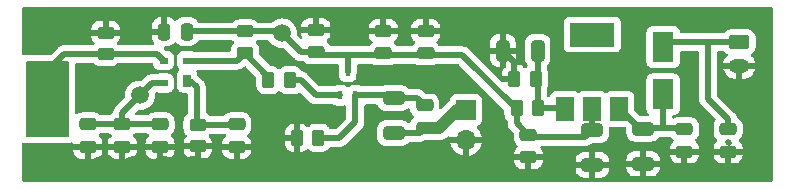
<source format=gtl>
G04 #@! TF.GenerationSoftware,KiCad,Pcbnew,(6.0.4)*
G04 #@! TF.CreationDate,2022-04-05T13:55:54+02:00*
G04 #@! TF.ProjectId,Sonda_w_cz,536f6e64-615f-4775-9f63-7a2e6b696361,rev?*
G04 #@! TF.SameCoordinates,Original*
G04 #@! TF.FileFunction,Copper,L1,Top*
G04 #@! TF.FilePolarity,Positive*
%FSLAX46Y46*%
G04 Gerber Fmt 4.6, Leading zero omitted, Abs format (unit mm)*
G04 Created by KiCad (PCBNEW (6.0.4)) date 2022-04-05 13:55:54*
%MOMM*%
%LPD*%
G01*
G04 APERTURE LIST*
G04 Aperture macros list*
%AMRoundRect*
0 Rectangle with rounded corners*
0 $1 Rounding radius*
0 $2 $3 $4 $5 $6 $7 $8 $9 X,Y pos of 4 corners*
0 Add a 4 corners polygon primitive as box body*
4,1,4,$2,$3,$4,$5,$6,$7,$8,$9,$2,$3,0*
0 Add four circle primitives for the rounded corners*
1,1,$1+$1,$2,$3*
1,1,$1+$1,$4,$5*
1,1,$1+$1,$6,$7*
1,1,$1+$1,$8,$9*
0 Add four rect primitives between the rounded corners*
20,1,$1+$1,$2,$3,$4,$5,0*
20,1,$1+$1,$4,$5,$6,$7,0*
20,1,$1+$1,$6,$7,$8,$9,0*
20,1,$1+$1,$8,$9,$2,$3,0*%
G04 Aperture macros list end*
G04 #@! TA.AperFunction,NonConductor*
%ADD10C,0.200000*%
G04 #@! TD*
G04 #@! TA.AperFunction,SMDPad,CuDef*
%ADD11RoundRect,0.250000X0.325000X0.650000X-0.325000X0.650000X-0.325000X-0.650000X0.325000X-0.650000X0*%
G04 #@! TD*
G04 #@! TA.AperFunction,SMDPad,CuDef*
%ADD12RoundRect,0.250000X0.262500X0.450000X-0.262500X0.450000X-0.262500X-0.450000X0.262500X-0.450000X0*%
G04 #@! TD*
G04 #@! TA.AperFunction,SMDPad,CuDef*
%ADD13RoundRect,0.250000X0.475000X-0.250000X0.475000X0.250000X-0.475000X0.250000X-0.475000X-0.250000X0*%
G04 #@! TD*
G04 #@! TA.AperFunction,SMDPad,CuDef*
%ADD14R,1.500000X2.000000*%
G04 #@! TD*
G04 #@! TA.AperFunction,SMDPad,CuDef*
%ADD15R,3.800000X2.000000*%
G04 #@! TD*
G04 #@! TA.AperFunction,SMDPad,CuDef*
%ADD16RoundRect,0.250000X-0.475000X0.250000X-0.475000X-0.250000X0.475000X-0.250000X0.475000X0.250000X0*%
G04 #@! TD*
G04 #@! TA.AperFunction,SMDPad,CuDef*
%ADD17RoundRect,0.250000X0.450000X-0.262500X0.450000X0.262500X-0.450000X0.262500X-0.450000X-0.262500X0*%
G04 #@! TD*
G04 #@! TA.AperFunction,SMDPad,CuDef*
%ADD18R,0.700000X1.000000*%
G04 #@! TD*
G04 #@! TA.AperFunction,SMDPad,CuDef*
%ADD19R,0.700000X0.600000*%
G04 #@! TD*
G04 #@! TA.AperFunction,SMDPad,CuDef*
%ADD20RoundRect,0.250000X-0.650000X0.325000X-0.650000X-0.325000X0.650000X-0.325000X0.650000X0.325000X0*%
G04 #@! TD*
G04 #@! TA.AperFunction,ComponentPad*
%ADD21R,1.700000X1.700000*%
G04 #@! TD*
G04 #@! TA.AperFunction,ComponentPad*
%ADD22O,1.700000X1.700000*%
G04 #@! TD*
G04 #@! TA.AperFunction,SMDPad,CuDef*
%ADD23RoundRect,0.250000X0.250000X0.475000X-0.250000X0.475000X-0.250000X-0.475000X0.250000X-0.475000X0*%
G04 #@! TD*
G04 #@! TA.AperFunction,ComponentPad*
%ADD24RoundRect,0.250000X-0.625000X0.350000X-0.625000X-0.350000X0.625000X-0.350000X0.625000X0.350000X0*%
G04 #@! TD*
G04 #@! TA.AperFunction,ComponentPad*
%ADD25O,1.750000X1.200000*%
G04 #@! TD*
G04 #@! TA.AperFunction,SMDPad,CuDef*
%ADD26RoundRect,0.250000X-0.450000X0.262500X-0.450000X-0.262500X0.450000X-0.262500X0.450000X0.262500X0*%
G04 #@! TD*
G04 #@! TA.AperFunction,SMDPad,CuDef*
%ADD27RoundRect,0.250000X-0.262500X-0.450000X0.262500X-0.450000X0.262500X0.450000X-0.262500X0.450000X0*%
G04 #@! TD*
G04 #@! TA.AperFunction,SMDPad,CuDef*
%ADD28R,0.450000X0.700000*%
G04 #@! TD*
G04 #@! TA.AperFunction,SMDPad,CuDef*
%ADD29R,1.800000X2.500000*%
G04 #@! TD*
G04 #@! TA.AperFunction,ViaPad*
%ADD30C,1.800000*%
G04 #@! TD*
G04 #@! TA.AperFunction,ViaPad*
%ADD31C,1.500000*%
G04 #@! TD*
G04 #@! TA.AperFunction,Conductor*
%ADD32C,0.500000*%
G04 #@! TD*
G04 #@! TA.AperFunction,Conductor*
%ADD33C,1.000000*%
G04 #@! TD*
G04 APERTURE END LIST*
D10*
X56800000Y-103050000D02*
X60300000Y-103050000D01*
X60300000Y-103050000D02*
X60300000Y-96750000D01*
X60300000Y-96750000D02*
X56800000Y-96750000D01*
X56800000Y-96750000D02*
X56800000Y-103050000D01*
G36*
X56800000Y-103050000D02*
G01*
X60300000Y-103050000D01*
X60300000Y-96750000D01*
X56800000Y-96750000D01*
X56800000Y-103050000D01*
G37*
D11*
G04 #@! TO.P,C7,1*
G04 #@! TO.N,Net-(C7-Pad1)*
X100075000Y-95800000D03*
G04 #@! TO.P,C7,2*
G04 #@! TO.N,GND*
X97125000Y-95800000D03*
G04 #@! TD*
D12*
G04 #@! TO.P,R5,1*
G04 #@! TO.N,Net-(Q2-Pad1)*
X79112500Y-98300000D03*
G04 #@! TO.P,R5,2*
G04 #@! TO.N,Net-(Q1-Pad2)*
X77287500Y-98300000D03*
G04 #@! TD*
D13*
G04 #@! TO.P,C11,1*
G04 #@! TO.N,+8V*
X87000000Y-96050000D03*
G04 #@! TO.P,C11,2*
G04 #@! TO.N,GND*
X87000000Y-94150000D03*
G04 #@! TD*
D14*
G04 #@! TO.P,U1,1,ADJ*
G04 #@! TO.N,Net-(C7-Pad1)*
X102400000Y-100750000D03*
D15*
G04 #@! TO.P,U1,2,VO*
G04 #@! TO.N,+8V*
X104700000Y-94450000D03*
D14*
X104700000Y-100750000D03*
G04 #@! TO.P,U1,3,VI*
G04 #@! TO.N,+10V*
X107000000Y-100750000D03*
G04 #@! TD*
D16*
G04 #@! TO.P,C17,1*
G04 #@! TO.N,Net-(C17-Pad1)*
X74600000Y-102050000D03*
G04 #@! TO.P,C17,2*
G04 #@! TO.N,GND*
X74600000Y-103950000D03*
G04 #@! TD*
G04 #@! TO.P,C8,1*
G04 #@! TO.N,Net-(C13-Pad1)*
X62000000Y-102050000D03*
G04 #@! TO.P,C8,2*
G04 #@! TO.N,GND*
X62000000Y-103950000D03*
G04 #@! TD*
D17*
G04 #@! TO.P,R4,1*
G04 #@! TO.N,Net-(Q1-Pad2)*
X75300000Y-96012500D03*
G04 #@! TO.P,R4,2*
G04 #@! TO.N,+8V*
X75300000Y-94187500D03*
G04 #@! TD*
D18*
G04 #@! TO.P,Q1,1,S*
G04 #@! TO.N,Net-(C17-Pad1)*
X70400000Y-98350000D03*
D19*
G04 #@! TO.P,Q1,2,D*
G04 #@! TO.N,Net-(Q1-Pad2)*
X70400000Y-96650000D03*
G04 #@! TO.P,Q1,3,G2*
G04 #@! TO.N,Net-(Q1-Pad3)*
X68400000Y-96650000D03*
G04 #@! TO.P,Q1,4,G1*
G04 #@! TO.N,Net-(C13-Pad1)*
X68400000Y-98550000D03*
G04 #@! TD*
D16*
G04 #@! TO.P,C1,1*
G04 #@! TO.N,+12V*
X116200000Y-102450000D03*
G04 #@! TO.P,C1,2*
G04 #@! TO.N,GND*
X116200000Y-104350000D03*
G04 #@! TD*
D20*
G04 #@! TO.P,C18,1*
G04 #@! TO.N,Net-(C16-Pad1)*
X87900000Y-99825000D03*
G04 #@! TO.P,C18,2*
G04 #@! TO.N,Net-(C16-Pad2)*
X87900000Y-102775000D03*
G04 #@! TD*
D21*
G04 #@! TO.P,J2,1,Pin_1*
G04 #@! TO.N,Net-(C16-Pad2)*
X94000000Y-100825000D03*
D22*
G04 #@! TO.P,J2,2,Pin_2*
G04 #@! TO.N,GND*
X94000000Y-103365000D03*
G04 #@! TD*
D23*
G04 #@! TO.P,C12,1*
G04 #@! TO.N,+8V*
X70350000Y-94200000D03*
G04 #@! TO.P,C12,2*
G04 #@! TO.N,GND*
X68450000Y-94200000D03*
G04 #@! TD*
D16*
G04 #@! TO.P,C5,1*
G04 #@! TO.N,+8V*
X99300000Y-102950000D03*
G04 #@! TO.P,C5,2*
G04 #@! TO.N,GND*
X99300000Y-104850000D03*
G04 #@! TD*
D20*
G04 #@! TO.P,C2,1*
G04 #@! TO.N,+10V*
X109000000Y-102425000D03*
G04 #@! TO.P,C2,2*
G04 #@! TO.N,GND*
X109000000Y-105375000D03*
G04 #@! TD*
D24*
G04 #@! TO.P,J1,1,Pin_1*
G04 #@! TO.N,+12V*
X117150000Y-95100000D03*
D25*
G04 #@! TO.P,J1,2,Pin_2*
G04 #@! TO.N,GND*
X117150000Y-97100000D03*
G04 #@! TD*
D13*
G04 #@! TO.P,C10,1*
G04 #@! TO.N,+8V*
X81300000Y-95950000D03*
G04 #@! TO.P,C10,2*
G04 #@! TO.N,GND*
X81300000Y-94050000D03*
G04 #@! TD*
D12*
G04 #@! TO.P,R2,1*
G04 #@! TO.N,Net-(C7-Pad1)*
X99912500Y-98200000D03*
G04 #@! TO.P,R2,2*
G04 #@! TO.N,GND*
X98087500Y-98200000D03*
G04 #@! TD*
D13*
G04 #@! TO.P,C4,1*
G04 #@! TO.N,+8V*
X90600000Y-96050000D03*
G04 #@! TO.P,C4,2*
G04 #@! TO.N,GND*
X90600000Y-94150000D03*
G04 #@! TD*
D26*
G04 #@! TO.P,R8,1*
G04 #@! TO.N,GND*
X63500000Y-94287500D03*
G04 #@! TO.P,R8,2*
G04 #@! TO.N,Net-(Q1-Pad3)*
X63500000Y-96112500D03*
G04 #@! TD*
D27*
G04 #@! TO.P,R9,1*
G04 #@! TO.N,GND*
X79687500Y-103200000D03*
G04 #@! TO.P,R9,2*
G04 #@! TO.N,Net-(C16-Pad1)*
X81512500Y-103200000D03*
G04 #@! TD*
G04 #@! TO.P,R1,1*
G04 #@! TO.N,+8V*
X98287500Y-100700000D03*
G04 #@! TO.P,R1,2*
G04 #@! TO.N,Net-(C7-Pad1)*
X100112500Y-100700000D03*
G04 #@! TD*
D16*
G04 #@! TO.P,C16,1*
G04 #@! TO.N,Net-(C16-Pad1)*
X90500000Y-100450000D03*
G04 #@! TO.P,C16,2*
G04 #@! TO.N,Net-(C16-Pad2)*
X90500000Y-102350000D03*
G04 #@! TD*
G04 #@! TO.P,C14,1*
G04 #@! TO.N,Net-(C13-Pad1)*
X68100000Y-102050000D03*
G04 #@! TO.P,C14,2*
G04 #@! TO.N,GND*
X68100000Y-103950000D03*
G04 #@! TD*
D17*
G04 #@! TO.P,R7,1*
G04 #@! TO.N,GND*
X71300000Y-103912500D03*
G04 #@! TO.P,R7,2*
G04 #@! TO.N,Net-(C17-Pad1)*
X71300000Y-102087500D03*
G04 #@! TD*
D20*
G04 #@! TO.P,C6,1*
G04 #@! TO.N,+8V*
X104700000Y-102525000D03*
G04 #@! TO.P,C6,2*
G04 #@! TO.N,GND*
X104700000Y-105475000D03*
G04 #@! TD*
D16*
G04 #@! TO.P,C15,1*
G04 #@! TO.N,Net-(C13-Pad1)*
X64900000Y-102050000D03*
G04 #@! TO.P,C15,2*
G04 #@! TO.N,GND*
X64900000Y-103950000D03*
G04 #@! TD*
G04 #@! TO.P,C3,1*
G04 #@! TO.N,+10V*
X112500000Y-102450000D03*
G04 #@! TO.P,C3,2*
G04 #@! TO.N,GND*
X112500000Y-104350000D03*
G04 #@! TD*
D28*
G04 #@! TO.P,Q2,1,B*
G04 #@! TO.N,Net-(Q2-Pad1)*
X83350000Y-99600000D03*
G04 #@! TO.P,Q2,2,E*
G04 #@! TO.N,Net-(C16-Pad1)*
X84650000Y-99600000D03*
G04 #@! TO.P,Q2,3,C*
G04 #@! TO.N,+8V*
X84000000Y-97600000D03*
G04 #@! TD*
D29*
G04 #@! TO.P,D1,1,K*
G04 #@! TO.N,+10V*
X110700000Y-99500000D03*
G04 #@! TO.P,D1,2,A*
G04 #@! TO.N,+12V*
X110700000Y-95500000D03*
G04 #@! TD*
D30*
G04 #@! TO.N,GND*
X65900000Y-105600000D03*
X63200000Y-105600000D03*
X73300000Y-105600000D03*
X68400000Y-105600000D03*
X70900000Y-105600000D03*
D31*
G04 #@! TO.N,+8V*
X78450000Y-94350000D03*
G04 #@! TO.N,Net-(C13-Pad1)*
X66400000Y-99600000D03*
G04 #@! TD*
D32*
G04 #@! TO.N,GND*
X98087500Y-96762500D02*
X97325000Y-96000000D01*
X71300000Y-105200000D02*
X70900000Y-105600000D01*
X98087500Y-98200000D02*
X98087500Y-96762500D01*
X116250000Y-103600000D02*
X116200000Y-103550000D01*
X117150000Y-97100000D02*
X117150000Y-97150000D01*
G04 #@! TO.N,+12V*
X111100000Y-95100000D02*
X110700000Y-95500000D01*
X114500000Y-99900000D02*
X114500000Y-95200000D01*
X116200000Y-102450000D02*
X116200000Y-101600000D01*
X116200000Y-101600000D02*
X114500000Y-99900000D01*
X114900000Y-95100000D02*
X111100000Y-95100000D01*
X117150000Y-95100000D02*
X114900000Y-95100000D01*
G04 #@! TO.N,+8V*
X104700000Y-102525000D02*
X104125000Y-103100000D01*
X80050000Y-95950000D02*
X78450000Y-94350000D01*
X98287500Y-100787500D02*
X93700000Y-96200000D01*
X81550000Y-96200000D02*
X81300000Y-95950000D01*
X93700000Y-96200000D02*
X93600000Y-96200000D01*
X104700000Y-102525000D02*
X104700000Y-100250000D01*
X84000000Y-97600000D02*
X84000000Y-96200000D01*
X84000000Y-96200000D02*
X81550000Y-96200000D01*
X78287500Y-94187500D02*
X78450000Y-94350000D01*
X81300000Y-95950000D02*
X80050000Y-95950000D01*
X104000000Y-102525000D02*
X104700000Y-102525000D01*
X98287500Y-101937500D02*
X98287500Y-100787500D01*
X70637500Y-94187500D02*
X78287500Y-94187500D01*
X104125000Y-103100000D02*
X99450000Y-103100000D01*
X99450000Y-103100000D02*
X98287500Y-101937500D01*
X93700000Y-96200000D02*
X84000000Y-96200000D01*
G04 #@! TO.N,Net-(Q2-Pad1)*
X81300000Y-99600000D02*
X83350000Y-99600000D01*
X80000000Y-98300000D02*
X81300000Y-99600000D01*
X79112500Y-98300000D02*
X80000000Y-98300000D01*
G04 #@! TO.N,+10V*
X107000000Y-100250000D02*
X107000000Y-100700000D01*
X110700000Y-99500000D02*
X110700000Y-102200000D01*
X112450000Y-102400000D02*
X109750000Y-102400000D01*
X108725000Y-102425000D02*
X109000000Y-102425000D01*
X110700000Y-102200000D02*
X110500000Y-102400000D01*
X112500000Y-102450000D02*
X112450000Y-102400000D01*
X107000000Y-100700000D02*
X108725000Y-102425000D01*
G04 #@! TO.N,Net-(C13-Pad1)*
X64900000Y-102050000D02*
X68100000Y-102050000D01*
X66400000Y-99600000D02*
X64900000Y-101100000D01*
X67450000Y-98550000D02*
X68400000Y-98550000D01*
X66400000Y-99600000D02*
X67450000Y-98550000D01*
X64900000Y-101100000D02*
X64900000Y-102050000D01*
X62000000Y-102050000D02*
X64900000Y-102050000D01*
G04 #@! TO.N,Net-(C16-Pad1)*
X84650000Y-99600000D02*
X87675000Y-99600000D01*
X87675000Y-99600000D02*
X87900000Y-99825000D01*
X83300000Y-103200000D02*
X84650000Y-101850000D01*
X89875000Y-99825000D02*
X90500000Y-100450000D01*
X87900000Y-99825000D02*
X89875000Y-99825000D01*
X81512500Y-103200000D02*
X83300000Y-103200000D01*
X84650000Y-101850000D02*
X84650000Y-99600000D01*
G04 #@! TO.N,Net-(Q1-Pad2)*
X75300000Y-96012500D02*
X74662500Y-96650000D01*
X77287500Y-98300000D02*
X77287500Y-98000000D01*
X77287500Y-98000000D02*
X75300000Y-96012500D01*
X74662500Y-96650000D02*
X70400000Y-96650000D01*
G04 #@! TO.N,Net-(C7-Pad1)*
X100112500Y-100700000D02*
X102350000Y-100700000D01*
X100075000Y-100662500D02*
X100112500Y-100700000D01*
X100075000Y-95800000D02*
X100075000Y-100662500D01*
X102350000Y-100700000D02*
X102400000Y-100750000D01*
D33*
G04 #@! TO.N,Net-(C16-Pad2)*
X91750000Y-102350000D02*
X90500000Y-102350000D01*
X94000000Y-100825000D02*
X93275000Y-100825000D01*
X93275000Y-100825000D02*
X91750000Y-102350000D01*
D32*
X90075000Y-102775000D02*
X90500000Y-102350000D01*
X87900000Y-102775000D02*
X90075000Y-102775000D01*
G04 #@! TO.N,Net-(Q1-Pad3)*
X58300000Y-97800000D02*
X58300000Y-99900000D01*
X67850000Y-96100000D02*
X63512500Y-96100000D01*
X59987500Y-96112500D02*
X58300000Y-97800000D01*
X68400000Y-96650000D02*
X67850000Y-96100000D01*
X63500000Y-96112500D02*
X59987500Y-96112500D01*
X63512500Y-96100000D02*
X63500000Y-96112500D01*
G04 #@! TO.N,Net-(C17-Pad1)*
X71200000Y-101987500D02*
X71300000Y-102087500D01*
X70650000Y-98350000D02*
X70400000Y-98350000D01*
X71200000Y-98900000D02*
X70650000Y-98350000D01*
X71300000Y-102087500D02*
X74562500Y-102087500D01*
X71200000Y-98900000D02*
X71200000Y-101987500D01*
X74562500Y-102087500D02*
X74600000Y-102050000D01*
G04 #@! TD*
G04 #@! TA.AperFunction,Conductor*
G04 #@! TO.N,GND*
G36*
X119933621Y-92128502D02*
G01*
X119980114Y-92182158D01*
X119991500Y-92234500D01*
X119991500Y-106765500D01*
X119971498Y-106833621D01*
X119917842Y-106880114D01*
X119865500Y-106891500D01*
X56534500Y-106891500D01*
X56466379Y-106871498D01*
X56419886Y-106817842D01*
X56408500Y-106765500D01*
X56408500Y-105147095D01*
X98067001Y-105147095D01*
X98067338Y-105153614D01*
X98077257Y-105249206D01*
X98080149Y-105262600D01*
X98131588Y-105416784D01*
X98137761Y-105429962D01*
X98223063Y-105567807D01*
X98232099Y-105579208D01*
X98346829Y-105693739D01*
X98358240Y-105702751D01*
X98496243Y-105787816D01*
X98509424Y-105793963D01*
X98663710Y-105845138D01*
X98677086Y-105848005D01*
X98771438Y-105857672D01*
X98777854Y-105858000D01*
X99027885Y-105858000D01*
X99043124Y-105853525D01*
X99044329Y-105852135D01*
X99046000Y-105844452D01*
X99046000Y-105839884D01*
X99554000Y-105839884D01*
X99558475Y-105855123D01*
X99559865Y-105856328D01*
X99567548Y-105857999D01*
X99822095Y-105857999D01*
X99828614Y-105857662D01*
X99924206Y-105847743D01*
X99927207Y-105847095D01*
X103292001Y-105847095D01*
X103292338Y-105853614D01*
X103302257Y-105949206D01*
X103305149Y-105962600D01*
X103356588Y-106116784D01*
X103362761Y-106129962D01*
X103448063Y-106267807D01*
X103457099Y-106279208D01*
X103571829Y-106393739D01*
X103583240Y-106402751D01*
X103721243Y-106487816D01*
X103734424Y-106493963D01*
X103888710Y-106545138D01*
X103902086Y-106548005D01*
X103996438Y-106557672D01*
X104002854Y-106558000D01*
X104427885Y-106558000D01*
X104443124Y-106553525D01*
X104444329Y-106552135D01*
X104446000Y-106544452D01*
X104446000Y-106539884D01*
X104954000Y-106539884D01*
X104958475Y-106555123D01*
X104959865Y-106556328D01*
X104967548Y-106557999D01*
X105397095Y-106557999D01*
X105403614Y-106557662D01*
X105499206Y-106547743D01*
X105512600Y-106544851D01*
X105666784Y-106493412D01*
X105679962Y-106487239D01*
X105817807Y-106401937D01*
X105829208Y-106392901D01*
X105943739Y-106278171D01*
X105952751Y-106266760D01*
X106037816Y-106128757D01*
X106043963Y-106115576D01*
X106095138Y-105961290D01*
X106098005Y-105947914D01*
X106107672Y-105853562D01*
X106108000Y-105847146D01*
X106108000Y-105747115D01*
X106107994Y-105747095D01*
X107592001Y-105747095D01*
X107592338Y-105753614D01*
X107602257Y-105849206D01*
X107605149Y-105862600D01*
X107656588Y-106016784D01*
X107662761Y-106029962D01*
X107748063Y-106167807D01*
X107757099Y-106179208D01*
X107871829Y-106293739D01*
X107883240Y-106302751D01*
X108021243Y-106387816D01*
X108034424Y-106393963D01*
X108188710Y-106445138D01*
X108202086Y-106448005D01*
X108296438Y-106457672D01*
X108302854Y-106458000D01*
X108727885Y-106458000D01*
X108743124Y-106453525D01*
X108744329Y-106452135D01*
X108746000Y-106444452D01*
X108746000Y-106439884D01*
X109254000Y-106439884D01*
X109258475Y-106455123D01*
X109259865Y-106456328D01*
X109267548Y-106457999D01*
X109697095Y-106457999D01*
X109703614Y-106457662D01*
X109799206Y-106447743D01*
X109812600Y-106444851D01*
X109966784Y-106393412D01*
X109979962Y-106387239D01*
X110117807Y-106301937D01*
X110129208Y-106292901D01*
X110243739Y-106178171D01*
X110252751Y-106166760D01*
X110337816Y-106028757D01*
X110343963Y-106015576D01*
X110395138Y-105861290D01*
X110398005Y-105847914D01*
X110407672Y-105753562D01*
X110408000Y-105747146D01*
X110408000Y-105647115D01*
X110403525Y-105631876D01*
X110402135Y-105630671D01*
X110394452Y-105629000D01*
X109272115Y-105629000D01*
X109256876Y-105633475D01*
X109255671Y-105634865D01*
X109254000Y-105642548D01*
X109254000Y-106439884D01*
X108746000Y-106439884D01*
X108746000Y-105647115D01*
X108741525Y-105631876D01*
X108740135Y-105630671D01*
X108732452Y-105629000D01*
X107610116Y-105629000D01*
X107594877Y-105633475D01*
X107593672Y-105634865D01*
X107592001Y-105642548D01*
X107592001Y-105747095D01*
X106107994Y-105747095D01*
X106103525Y-105731876D01*
X106102135Y-105730671D01*
X106094452Y-105729000D01*
X104972115Y-105729000D01*
X104956876Y-105733475D01*
X104955671Y-105734865D01*
X104954000Y-105742548D01*
X104954000Y-106539884D01*
X104446000Y-106539884D01*
X104446000Y-105747115D01*
X104441525Y-105731876D01*
X104440135Y-105730671D01*
X104432452Y-105729000D01*
X103310116Y-105729000D01*
X103294877Y-105733475D01*
X103293672Y-105734865D01*
X103292001Y-105742548D01*
X103292001Y-105847095D01*
X99927207Y-105847095D01*
X99937600Y-105844851D01*
X100091784Y-105793412D01*
X100104962Y-105787239D01*
X100242807Y-105701937D01*
X100254208Y-105692901D01*
X100368739Y-105578171D01*
X100377751Y-105566760D01*
X100462816Y-105428757D01*
X100468963Y-105415576D01*
X100520138Y-105261290D01*
X100523005Y-105247914D01*
X100527619Y-105202885D01*
X103292000Y-105202885D01*
X103296475Y-105218124D01*
X103297865Y-105219329D01*
X103305548Y-105221000D01*
X104427885Y-105221000D01*
X104443124Y-105216525D01*
X104444329Y-105215135D01*
X104446000Y-105207452D01*
X104446000Y-105202885D01*
X104954000Y-105202885D01*
X104958475Y-105218124D01*
X104959865Y-105219329D01*
X104967548Y-105221000D01*
X106089884Y-105221000D01*
X106105123Y-105216525D01*
X106106328Y-105215135D01*
X106107999Y-105207452D01*
X106107999Y-105102905D01*
X106107998Y-105102885D01*
X107592000Y-105102885D01*
X107596475Y-105118124D01*
X107597865Y-105119329D01*
X107605548Y-105121000D01*
X108727885Y-105121000D01*
X108743124Y-105116525D01*
X108744329Y-105115135D01*
X108746000Y-105107452D01*
X108746000Y-105102885D01*
X109254000Y-105102885D01*
X109258475Y-105118124D01*
X109259865Y-105119329D01*
X109267548Y-105121000D01*
X110389884Y-105121000D01*
X110405123Y-105116525D01*
X110406328Y-105115135D01*
X110407999Y-105107452D01*
X110407999Y-105002905D01*
X110407662Y-104996386D01*
X110397743Y-104900794D01*
X110394851Y-104887400D01*
X110343412Y-104733216D01*
X110337239Y-104720038D01*
X110292100Y-104647095D01*
X111267001Y-104647095D01*
X111267338Y-104653614D01*
X111277257Y-104749206D01*
X111280149Y-104762600D01*
X111331588Y-104916784D01*
X111337761Y-104929962D01*
X111423063Y-105067807D01*
X111432099Y-105079208D01*
X111546829Y-105193739D01*
X111558240Y-105202751D01*
X111696243Y-105287816D01*
X111709424Y-105293963D01*
X111863710Y-105345138D01*
X111877086Y-105348005D01*
X111971438Y-105357672D01*
X111977854Y-105358000D01*
X112227885Y-105358000D01*
X112243124Y-105353525D01*
X112244329Y-105352135D01*
X112246000Y-105344452D01*
X112246000Y-105339884D01*
X112754000Y-105339884D01*
X112758475Y-105355123D01*
X112759865Y-105356328D01*
X112767548Y-105357999D01*
X113022095Y-105357999D01*
X113028614Y-105357662D01*
X113124206Y-105347743D01*
X113137600Y-105344851D01*
X113291784Y-105293412D01*
X113304962Y-105287239D01*
X113442807Y-105201937D01*
X113454208Y-105192901D01*
X113568739Y-105078171D01*
X113577751Y-105066760D01*
X113662816Y-104928757D01*
X113668963Y-104915576D01*
X113720138Y-104761290D01*
X113723005Y-104747914D01*
X113732672Y-104653562D01*
X113733000Y-104647146D01*
X113733000Y-104647095D01*
X114967001Y-104647095D01*
X114967338Y-104653614D01*
X114977257Y-104749206D01*
X114980149Y-104762600D01*
X115031588Y-104916784D01*
X115037761Y-104929962D01*
X115123063Y-105067807D01*
X115132099Y-105079208D01*
X115246829Y-105193739D01*
X115258240Y-105202751D01*
X115396243Y-105287816D01*
X115409424Y-105293963D01*
X115563710Y-105345138D01*
X115577086Y-105348005D01*
X115671438Y-105357672D01*
X115677854Y-105358000D01*
X115927885Y-105358000D01*
X115943124Y-105353525D01*
X115944329Y-105352135D01*
X115946000Y-105344452D01*
X115946000Y-105339884D01*
X116454000Y-105339884D01*
X116458475Y-105355123D01*
X116459865Y-105356328D01*
X116467548Y-105357999D01*
X116722095Y-105357999D01*
X116728614Y-105357662D01*
X116824206Y-105347743D01*
X116837600Y-105344851D01*
X116991784Y-105293412D01*
X117004962Y-105287239D01*
X117142807Y-105201937D01*
X117154208Y-105192901D01*
X117268739Y-105078171D01*
X117277751Y-105066760D01*
X117362816Y-104928757D01*
X117368963Y-104915576D01*
X117420138Y-104761290D01*
X117423005Y-104747914D01*
X117432672Y-104653562D01*
X117433000Y-104647146D01*
X117433000Y-104622115D01*
X117428525Y-104606876D01*
X117427135Y-104605671D01*
X117419452Y-104604000D01*
X116472115Y-104604000D01*
X116456876Y-104608475D01*
X116455671Y-104609865D01*
X116454000Y-104617548D01*
X116454000Y-105339884D01*
X115946000Y-105339884D01*
X115946000Y-104622115D01*
X115941525Y-104606876D01*
X115940135Y-104605671D01*
X115932452Y-104604000D01*
X114985116Y-104604000D01*
X114969877Y-104608475D01*
X114968672Y-104609865D01*
X114967001Y-104617548D01*
X114967001Y-104647095D01*
X113733000Y-104647095D01*
X113733000Y-104622115D01*
X113728525Y-104606876D01*
X113727135Y-104605671D01*
X113719452Y-104604000D01*
X112772115Y-104604000D01*
X112756876Y-104608475D01*
X112755671Y-104609865D01*
X112754000Y-104617548D01*
X112754000Y-105339884D01*
X112246000Y-105339884D01*
X112246000Y-104622115D01*
X112241525Y-104606876D01*
X112240135Y-104605671D01*
X112232452Y-104604000D01*
X111285116Y-104604000D01*
X111269877Y-104608475D01*
X111268672Y-104609865D01*
X111267001Y-104617548D01*
X111267001Y-104647095D01*
X110292100Y-104647095D01*
X110251937Y-104582193D01*
X110242901Y-104570792D01*
X110128171Y-104456261D01*
X110116760Y-104447249D01*
X109978757Y-104362184D01*
X109965576Y-104356037D01*
X109811290Y-104304862D01*
X109797914Y-104301995D01*
X109703562Y-104292328D01*
X109697145Y-104292000D01*
X109272115Y-104292000D01*
X109256876Y-104296475D01*
X109255671Y-104297865D01*
X109254000Y-104305548D01*
X109254000Y-105102885D01*
X108746000Y-105102885D01*
X108746000Y-104310116D01*
X108741525Y-104294877D01*
X108740135Y-104293672D01*
X108732452Y-104292001D01*
X108302905Y-104292001D01*
X108296386Y-104292338D01*
X108200794Y-104302257D01*
X108187400Y-104305149D01*
X108033216Y-104356588D01*
X108020038Y-104362761D01*
X107882193Y-104448063D01*
X107870792Y-104457099D01*
X107756261Y-104571829D01*
X107747249Y-104583240D01*
X107662184Y-104721243D01*
X107656037Y-104734424D01*
X107604862Y-104888710D01*
X107601995Y-104902086D01*
X107592328Y-104996438D01*
X107592000Y-105002855D01*
X107592000Y-105102885D01*
X106107998Y-105102885D01*
X106107662Y-105096386D01*
X106097743Y-105000794D01*
X106094851Y-104987400D01*
X106043412Y-104833216D01*
X106037239Y-104820038D01*
X105951937Y-104682193D01*
X105942901Y-104670792D01*
X105828171Y-104556261D01*
X105816760Y-104547249D01*
X105678757Y-104462184D01*
X105665576Y-104456037D01*
X105511290Y-104404862D01*
X105497914Y-104401995D01*
X105403562Y-104392328D01*
X105397145Y-104392000D01*
X104972115Y-104392000D01*
X104956876Y-104396475D01*
X104955671Y-104397865D01*
X104954000Y-104405548D01*
X104954000Y-105202885D01*
X104446000Y-105202885D01*
X104446000Y-104410116D01*
X104441525Y-104394877D01*
X104440135Y-104393672D01*
X104432452Y-104392001D01*
X104002905Y-104392001D01*
X103996386Y-104392338D01*
X103900794Y-104402257D01*
X103887400Y-104405149D01*
X103733216Y-104456588D01*
X103720038Y-104462761D01*
X103582193Y-104548063D01*
X103570792Y-104557099D01*
X103456261Y-104671829D01*
X103447249Y-104683240D01*
X103362184Y-104821243D01*
X103356037Y-104834424D01*
X103304862Y-104988710D01*
X103301995Y-105002086D01*
X103292328Y-105096438D01*
X103292000Y-105102855D01*
X103292000Y-105202885D01*
X100527619Y-105202885D01*
X100532672Y-105153562D01*
X100533000Y-105147146D01*
X100533000Y-105122115D01*
X100528525Y-105106876D01*
X100527135Y-105105671D01*
X100519452Y-105104000D01*
X99572115Y-105104000D01*
X99556876Y-105108475D01*
X99555671Y-105109865D01*
X99554000Y-105117548D01*
X99554000Y-105839884D01*
X99046000Y-105839884D01*
X99046000Y-105122115D01*
X99041525Y-105106876D01*
X99040135Y-105105671D01*
X99032452Y-105104000D01*
X98085116Y-105104000D01*
X98069877Y-105108475D01*
X98068672Y-105109865D01*
X98067001Y-105117548D01*
X98067001Y-105147095D01*
X56408500Y-105147095D01*
X56408500Y-104247095D01*
X60767001Y-104247095D01*
X60767338Y-104253614D01*
X60777257Y-104349206D01*
X60780149Y-104362600D01*
X60831588Y-104516784D01*
X60837761Y-104529962D01*
X60923063Y-104667807D01*
X60932099Y-104679208D01*
X61046829Y-104793739D01*
X61058240Y-104802751D01*
X61196243Y-104887816D01*
X61209424Y-104893963D01*
X61363710Y-104945138D01*
X61377086Y-104948005D01*
X61471438Y-104957672D01*
X61477854Y-104958000D01*
X61727885Y-104958000D01*
X61743124Y-104953525D01*
X61744329Y-104952135D01*
X61746000Y-104944452D01*
X61746000Y-104939884D01*
X62254000Y-104939884D01*
X62258475Y-104955123D01*
X62259865Y-104956328D01*
X62267548Y-104957999D01*
X62522095Y-104957999D01*
X62528614Y-104957662D01*
X62624206Y-104947743D01*
X62637600Y-104944851D01*
X62791784Y-104893412D01*
X62804962Y-104887239D01*
X62942807Y-104801937D01*
X62954208Y-104792901D01*
X63068739Y-104678171D01*
X63077751Y-104666760D01*
X63162816Y-104528757D01*
X63168963Y-104515576D01*
X63220138Y-104361290D01*
X63223005Y-104347914D01*
X63232672Y-104253562D01*
X63233000Y-104247146D01*
X63233000Y-104247095D01*
X63667001Y-104247095D01*
X63667338Y-104253614D01*
X63677257Y-104349206D01*
X63680149Y-104362600D01*
X63731588Y-104516784D01*
X63737761Y-104529962D01*
X63823063Y-104667807D01*
X63832099Y-104679208D01*
X63946829Y-104793739D01*
X63958240Y-104802751D01*
X64096243Y-104887816D01*
X64109424Y-104893963D01*
X64263710Y-104945138D01*
X64277086Y-104948005D01*
X64371438Y-104957672D01*
X64377854Y-104958000D01*
X64627885Y-104958000D01*
X64643124Y-104953525D01*
X64644329Y-104952135D01*
X64646000Y-104944452D01*
X64646000Y-104939884D01*
X65154000Y-104939884D01*
X65158475Y-104955123D01*
X65159865Y-104956328D01*
X65167548Y-104957999D01*
X65422095Y-104957999D01*
X65428614Y-104957662D01*
X65524206Y-104947743D01*
X65537600Y-104944851D01*
X65691784Y-104893412D01*
X65704962Y-104887239D01*
X65842807Y-104801937D01*
X65854208Y-104792901D01*
X65968739Y-104678171D01*
X65977751Y-104666760D01*
X66062816Y-104528757D01*
X66068963Y-104515576D01*
X66120138Y-104361290D01*
X66123005Y-104347914D01*
X66132672Y-104253562D01*
X66133000Y-104247146D01*
X66133000Y-104247095D01*
X66867001Y-104247095D01*
X66867338Y-104253614D01*
X66877257Y-104349206D01*
X66880149Y-104362600D01*
X66931588Y-104516784D01*
X66937761Y-104529962D01*
X67023063Y-104667807D01*
X67032099Y-104679208D01*
X67146829Y-104793739D01*
X67158240Y-104802751D01*
X67296243Y-104887816D01*
X67309424Y-104893963D01*
X67463710Y-104945138D01*
X67477086Y-104948005D01*
X67571438Y-104957672D01*
X67577854Y-104958000D01*
X67827885Y-104958000D01*
X67843124Y-104953525D01*
X67844329Y-104952135D01*
X67846000Y-104944452D01*
X67846000Y-104939884D01*
X68354000Y-104939884D01*
X68358475Y-104955123D01*
X68359865Y-104956328D01*
X68367548Y-104957999D01*
X68622095Y-104957999D01*
X68628614Y-104957662D01*
X68724206Y-104947743D01*
X68737600Y-104944851D01*
X68891784Y-104893412D01*
X68904962Y-104887239D01*
X69042807Y-104801937D01*
X69054208Y-104792901D01*
X69168739Y-104678171D01*
X69177751Y-104666760D01*
X69262816Y-104528757D01*
X69268963Y-104515576D01*
X69320138Y-104361290D01*
X69323005Y-104347914D01*
X69332672Y-104253562D01*
X69333000Y-104247146D01*
X69333000Y-104222115D01*
X69332994Y-104222095D01*
X70092001Y-104222095D01*
X70092338Y-104228614D01*
X70102257Y-104324206D01*
X70105149Y-104337600D01*
X70156588Y-104491784D01*
X70162761Y-104504962D01*
X70248063Y-104642807D01*
X70257099Y-104654208D01*
X70371829Y-104768739D01*
X70383240Y-104777751D01*
X70521243Y-104862816D01*
X70534424Y-104868963D01*
X70688710Y-104920138D01*
X70702086Y-104923005D01*
X70796438Y-104932672D01*
X70802854Y-104933000D01*
X71027885Y-104933000D01*
X71043124Y-104928525D01*
X71044329Y-104927135D01*
X71046000Y-104919452D01*
X71046000Y-104914884D01*
X71554000Y-104914884D01*
X71558475Y-104930123D01*
X71559865Y-104931328D01*
X71567548Y-104932999D01*
X71797095Y-104932999D01*
X71803614Y-104932662D01*
X71899206Y-104922743D01*
X71912600Y-104919851D01*
X72066784Y-104868412D01*
X72079962Y-104862239D01*
X72217807Y-104776937D01*
X72229208Y-104767901D01*
X72343739Y-104653171D01*
X72352751Y-104641760D01*
X72437816Y-104503757D01*
X72443963Y-104490576D01*
X72495138Y-104336290D01*
X72498005Y-104322914D01*
X72505773Y-104247095D01*
X73367001Y-104247095D01*
X73367338Y-104253614D01*
X73377257Y-104349206D01*
X73380149Y-104362600D01*
X73431588Y-104516784D01*
X73437761Y-104529962D01*
X73523063Y-104667807D01*
X73532099Y-104679208D01*
X73646829Y-104793739D01*
X73658240Y-104802751D01*
X73796243Y-104887816D01*
X73809424Y-104893963D01*
X73963710Y-104945138D01*
X73977086Y-104948005D01*
X74071438Y-104957672D01*
X74077854Y-104958000D01*
X74327885Y-104958000D01*
X74343124Y-104953525D01*
X74344329Y-104952135D01*
X74346000Y-104944452D01*
X74346000Y-104939884D01*
X74854000Y-104939884D01*
X74858475Y-104955123D01*
X74859865Y-104956328D01*
X74867548Y-104957999D01*
X75122095Y-104957999D01*
X75128614Y-104957662D01*
X75224206Y-104947743D01*
X75237600Y-104944851D01*
X75391784Y-104893412D01*
X75404962Y-104887239D01*
X75542807Y-104801937D01*
X75554208Y-104792901D01*
X75668739Y-104678171D01*
X75677751Y-104666760D01*
X75762816Y-104528757D01*
X75768963Y-104515576D01*
X75820138Y-104361290D01*
X75823005Y-104347914D01*
X75832672Y-104253562D01*
X75833000Y-104247146D01*
X75833000Y-104222115D01*
X75828525Y-104206876D01*
X75827135Y-104205671D01*
X75819452Y-104204000D01*
X74872115Y-104204000D01*
X74856876Y-104208475D01*
X74855671Y-104209865D01*
X74854000Y-104217548D01*
X74854000Y-104939884D01*
X74346000Y-104939884D01*
X74346000Y-104222115D01*
X74341525Y-104206876D01*
X74340135Y-104205671D01*
X74332452Y-104204000D01*
X73385116Y-104204000D01*
X73369877Y-104208475D01*
X73368672Y-104209865D01*
X73367001Y-104217548D01*
X73367001Y-104247095D01*
X72505773Y-104247095D01*
X72507672Y-104228562D01*
X72508000Y-104222146D01*
X72508000Y-104184615D01*
X72503525Y-104169376D01*
X72502135Y-104168171D01*
X72494452Y-104166500D01*
X71572115Y-104166500D01*
X71556876Y-104170975D01*
X71555671Y-104172365D01*
X71554000Y-104180048D01*
X71554000Y-104914884D01*
X71046000Y-104914884D01*
X71046000Y-104184615D01*
X71041525Y-104169376D01*
X71040135Y-104168171D01*
X71032452Y-104166500D01*
X70110116Y-104166500D01*
X70094877Y-104170975D01*
X70093672Y-104172365D01*
X70092001Y-104180048D01*
X70092001Y-104222095D01*
X69332994Y-104222095D01*
X69328525Y-104206876D01*
X69327135Y-104205671D01*
X69319452Y-104204000D01*
X68372115Y-104204000D01*
X68356876Y-104208475D01*
X68355671Y-104209865D01*
X68354000Y-104217548D01*
X68354000Y-104939884D01*
X67846000Y-104939884D01*
X67846000Y-104222115D01*
X67841525Y-104206876D01*
X67840135Y-104205671D01*
X67832452Y-104204000D01*
X66885116Y-104204000D01*
X66869877Y-104208475D01*
X66868672Y-104209865D01*
X66867001Y-104217548D01*
X66867001Y-104247095D01*
X66133000Y-104247095D01*
X66133000Y-104222115D01*
X66128525Y-104206876D01*
X66127135Y-104205671D01*
X66119452Y-104204000D01*
X65172115Y-104204000D01*
X65156876Y-104208475D01*
X65155671Y-104209865D01*
X65154000Y-104217548D01*
X65154000Y-104939884D01*
X64646000Y-104939884D01*
X64646000Y-104222115D01*
X64641525Y-104206876D01*
X64640135Y-104205671D01*
X64632452Y-104204000D01*
X63685116Y-104204000D01*
X63669877Y-104208475D01*
X63668672Y-104209865D01*
X63667001Y-104217548D01*
X63667001Y-104247095D01*
X63233000Y-104247095D01*
X63233000Y-104222115D01*
X63228525Y-104206876D01*
X63227135Y-104205671D01*
X63219452Y-104204000D01*
X62272115Y-104204000D01*
X62256876Y-104208475D01*
X62255671Y-104209865D01*
X62254000Y-104217548D01*
X62254000Y-104939884D01*
X61746000Y-104939884D01*
X61746000Y-104222115D01*
X61741525Y-104206876D01*
X61740135Y-104205671D01*
X61732452Y-104204000D01*
X60785116Y-104204000D01*
X60769877Y-104208475D01*
X60768672Y-104209865D01*
X60767001Y-104217548D01*
X60767001Y-104247095D01*
X56408500Y-104247095D01*
X56408500Y-103735044D01*
X56419643Y-103697095D01*
X78667001Y-103697095D01*
X78667338Y-103703614D01*
X78677257Y-103799206D01*
X78680149Y-103812600D01*
X78731588Y-103966784D01*
X78737761Y-103979962D01*
X78823063Y-104117807D01*
X78832099Y-104129208D01*
X78946829Y-104243739D01*
X78958240Y-104252751D01*
X79096243Y-104337816D01*
X79109424Y-104343963D01*
X79263710Y-104395138D01*
X79277086Y-104398005D01*
X79371438Y-104407672D01*
X79377854Y-104408000D01*
X79415385Y-104408000D01*
X79430624Y-104403525D01*
X79431829Y-104402135D01*
X79433500Y-104394452D01*
X79433500Y-103472115D01*
X79429025Y-103456876D01*
X79427635Y-103455671D01*
X79419952Y-103454000D01*
X78685116Y-103454000D01*
X78669877Y-103458475D01*
X78668672Y-103459865D01*
X78667001Y-103467548D01*
X78667001Y-103697095D01*
X56419643Y-103697095D01*
X56428502Y-103666923D01*
X56482158Y-103620430D01*
X56552432Y-103610326D01*
X56582718Y-103618635D01*
X56633520Y-103639678D01*
X56633523Y-103639679D01*
X56641150Y-103642838D01*
X56800000Y-103663751D01*
X56808188Y-103662673D01*
X56831697Y-103659578D01*
X56848143Y-103658500D01*
X60251857Y-103658500D01*
X60268303Y-103659578D01*
X60300000Y-103663751D01*
X60308188Y-103662673D01*
X60339885Y-103658500D01*
X60450662Y-103643916D01*
X60458850Y-103642838D01*
X60594816Y-103586519D01*
X60665406Y-103578930D01*
X60728893Y-103610709D01*
X60763930Y-103667429D01*
X60771475Y-103693124D01*
X60772865Y-103694329D01*
X60780548Y-103696000D01*
X63214884Y-103696000D01*
X63230123Y-103691525D01*
X63231328Y-103690135D01*
X63232999Y-103682452D01*
X63232999Y-103652905D01*
X63232662Y-103646386D01*
X63222743Y-103550794D01*
X63219851Y-103537400D01*
X63168412Y-103383216D01*
X63162239Y-103370038D01*
X63076937Y-103232193D01*
X63067901Y-103220792D01*
X62953172Y-103106262D01*
X62944238Y-103099206D01*
X62903177Y-103041288D01*
X62899947Y-102970365D01*
X62935574Y-102908954D01*
X62943407Y-102902154D01*
X62949348Y-102898478D01*
X62964973Y-102882826D01*
X63002252Y-102845482D01*
X63064535Y-102811403D01*
X63091425Y-102808500D01*
X63808607Y-102808500D01*
X63876728Y-102828502D01*
X63897625Y-102845327D01*
X63951697Y-102899305D01*
X63956235Y-102902102D01*
X63996824Y-102959353D01*
X64000054Y-103030276D01*
X63964428Y-103091687D01*
X63955932Y-103099062D01*
X63945793Y-103107098D01*
X63831261Y-103221829D01*
X63822249Y-103233240D01*
X63737184Y-103371243D01*
X63731037Y-103384424D01*
X63679862Y-103538710D01*
X63676995Y-103552086D01*
X63667328Y-103646438D01*
X63667000Y-103652855D01*
X63667000Y-103677885D01*
X63671475Y-103693124D01*
X63672865Y-103694329D01*
X63680548Y-103696000D01*
X66114884Y-103696000D01*
X66130123Y-103691525D01*
X66131328Y-103690135D01*
X66132999Y-103682452D01*
X66132999Y-103652905D01*
X66132662Y-103646386D01*
X66122743Y-103550794D01*
X66119851Y-103537400D01*
X66068412Y-103383216D01*
X66062239Y-103370038D01*
X65976937Y-103232193D01*
X65967901Y-103220792D01*
X65853172Y-103106262D01*
X65844238Y-103099206D01*
X65803177Y-103041288D01*
X65799947Y-102970365D01*
X65835574Y-102908954D01*
X65843407Y-102902154D01*
X65849348Y-102898478D01*
X65864973Y-102882826D01*
X65902252Y-102845482D01*
X65964535Y-102811403D01*
X65991425Y-102808500D01*
X67008607Y-102808500D01*
X67076728Y-102828502D01*
X67097625Y-102845327D01*
X67151697Y-102899305D01*
X67156235Y-102902102D01*
X67196824Y-102959353D01*
X67200054Y-103030276D01*
X67164428Y-103091687D01*
X67155932Y-103099062D01*
X67145793Y-103107098D01*
X67031261Y-103221829D01*
X67022249Y-103233240D01*
X66937184Y-103371243D01*
X66931037Y-103384424D01*
X66879862Y-103538710D01*
X66876995Y-103552086D01*
X66867328Y-103646438D01*
X66867000Y-103652855D01*
X66867000Y-103677885D01*
X66871475Y-103693124D01*
X66872865Y-103694329D01*
X66880548Y-103696000D01*
X69314884Y-103696000D01*
X69330123Y-103691525D01*
X69331328Y-103690135D01*
X69332999Y-103682452D01*
X69332999Y-103652905D01*
X69332662Y-103646386D01*
X69322743Y-103550794D01*
X69319851Y-103537400D01*
X69268412Y-103383216D01*
X69262239Y-103370038D01*
X69176937Y-103232193D01*
X69167901Y-103220792D01*
X69053172Y-103106262D01*
X69044238Y-103099206D01*
X69003177Y-103041288D01*
X68999947Y-102970365D01*
X69035574Y-102908954D01*
X69043407Y-102902154D01*
X69049348Y-102898478D01*
X69174305Y-102773303D01*
X69186419Y-102753650D01*
X69263275Y-102628968D01*
X69263276Y-102628966D01*
X69267115Y-102622738D01*
X69297955Y-102529757D01*
X69320632Y-102461389D01*
X69320632Y-102461387D01*
X69322797Y-102454861D01*
X69326242Y-102421243D01*
X69332443Y-102360716D01*
X69333500Y-102350400D01*
X69333500Y-101749600D01*
X69331684Y-101732095D01*
X69323238Y-101650692D01*
X69323237Y-101650688D01*
X69322526Y-101643834D01*
X69320342Y-101637286D01*
X69268868Y-101483002D01*
X69266550Y-101476054D01*
X69173478Y-101325652D01*
X69048303Y-101200695D01*
X69013953Y-101179521D01*
X68903968Y-101111725D01*
X68903966Y-101111724D01*
X68897738Y-101107885D01*
X68802828Y-101076405D01*
X68736389Y-101054368D01*
X68736387Y-101054368D01*
X68729861Y-101052203D01*
X68723025Y-101051503D01*
X68723022Y-101051502D01*
X68679969Y-101047091D01*
X68625400Y-101041500D01*
X67574600Y-101041500D01*
X67571354Y-101041837D01*
X67571350Y-101041837D01*
X67475692Y-101051762D01*
X67475688Y-101051763D01*
X67468834Y-101052474D01*
X67462298Y-101054655D01*
X67462296Y-101054655D01*
X67376746Y-101083197D01*
X67301054Y-101108450D01*
X67150652Y-101201522D01*
X67145479Y-101206704D01*
X67097748Y-101254518D01*
X67035465Y-101288597D01*
X67008575Y-101291500D01*
X66085371Y-101291500D01*
X66017250Y-101271498D01*
X65970757Y-101217842D01*
X65960653Y-101147568D01*
X65990147Y-101082988D01*
X65996276Y-101076405D01*
X66183163Y-100889518D01*
X66245475Y-100855492D01*
X66283239Y-100853092D01*
X66394524Y-100862828D01*
X66394525Y-100862828D01*
X66400000Y-100863307D01*
X66619371Y-100844115D01*
X66832076Y-100787120D01*
X67031654Y-100694056D01*
X67173150Y-100594979D01*
X67207527Y-100570908D01*
X67207529Y-100570906D01*
X67212038Y-100567749D01*
X67367749Y-100412038D01*
X67373541Y-100403767D01*
X67490899Y-100236162D01*
X67490900Y-100236160D01*
X67494056Y-100231653D01*
X67496379Y-100226671D01*
X67496382Y-100226666D01*
X67553897Y-100103323D01*
X67587120Y-100032076D01*
X67644115Y-99819371D01*
X67663307Y-99600000D01*
X67661878Y-99583662D01*
X67653092Y-99483239D01*
X67667081Y-99413635D01*
X67689518Y-99383163D01*
X67723218Y-99349463D01*
X67785530Y-99315437D01*
X67856540Y-99320576D01*
X67939684Y-99351745D01*
X67947532Y-99352598D01*
X67947534Y-99352598D01*
X67993949Y-99357640D01*
X68001866Y-99358500D01*
X68798134Y-99358500D01*
X68860316Y-99351745D01*
X68996705Y-99300615D01*
X69113261Y-99213261D01*
X69200615Y-99096705D01*
X69251745Y-98960316D01*
X69258500Y-98898134D01*
X69258500Y-98201866D01*
X69251745Y-98139684D01*
X69200615Y-98003295D01*
X69113261Y-97886739D01*
X68996705Y-97799385D01*
X68860316Y-97748255D01*
X68798134Y-97741500D01*
X68001866Y-97741500D01*
X67998469Y-97741869D01*
X67947534Y-97747402D01*
X67947532Y-97747402D01*
X67939684Y-97748255D01*
X67932291Y-97751027D01*
X67932289Y-97751027D01*
X67845716Y-97783482D01*
X67801487Y-97791500D01*
X67517069Y-97791500D01*
X67498121Y-97790067D01*
X67490780Y-97788950D01*
X67483883Y-97787901D01*
X67483881Y-97787901D01*
X67476651Y-97786801D01*
X67469359Y-97787394D01*
X67469356Y-97787394D01*
X67423982Y-97791085D01*
X67413767Y-97791500D01*
X67405707Y-97791500D01*
X67392417Y-97793049D01*
X67377493Y-97794789D01*
X67373118Y-97795222D01*
X67307661Y-97800546D01*
X67307658Y-97800547D01*
X67300363Y-97801140D01*
X67293399Y-97803396D01*
X67287440Y-97804587D01*
X67281585Y-97805971D01*
X67274319Y-97806818D01*
X67205673Y-97831735D01*
X67201545Y-97833152D01*
X67139064Y-97853393D01*
X67139062Y-97853394D01*
X67132101Y-97855649D01*
X67125846Y-97859445D01*
X67120372Y-97861951D01*
X67114942Y-97864670D01*
X67108063Y-97867167D01*
X67047016Y-97907191D01*
X67043327Y-97909518D01*
X67023135Y-97921771D01*
X66985693Y-97944491D01*
X66985688Y-97944495D01*
X66980892Y-97947405D01*
X66972516Y-97954803D01*
X66972493Y-97954777D01*
X66969503Y-97957426D01*
X66966264Y-97960134D01*
X66960148Y-97964144D01*
X66955121Y-97969451D01*
X66955117Y-97969454D01*
X66906872Y-98020383D01*
X66904494Y-98022825D01*
X66616837Y-98310482D01*
X66554525Y-98344508D01*
X66516761Y-98346908D01*
X66405476Y-98337172D01*
X66405475Y-98337172D01*
X66400000Y-98336693D01*
X66180629Y-98355885D01*
X65967924Y-98412880D01*
X65882748Y-98452598D01*
X65773334Y-98503618D01*
X65773329Y-98503621D01*
X65768347Y-98505944D01*
X65763840Y-98509100D01*
X65763838Y-98509101D01*
X65592473Y-98629092D01*
X65592470Y-98629094D01*
X65587962Y-98632251D01*
X65432251Y-98787962D01*
X65429094Y-98792470D01*
X65429092Y-98792473D01*
X65340248Y-98919356D01*
X65305944Y-98968347D01*
X65303621Y-98973329D01*
X65303618Y-98973334D01*
X65261080Y-99064558D01*
X65212880Y-99167924D01*
X65155885Y-99380629D01*
X65136693Y-99600000D01*
X65137172Y-99605475D01*
X65137172Y-99605476D01*
X65146908Y-99716761D01*
X65132919Y-99786365D01*
X65110482Y-99816837D01*
X64411089Y-100516230D01*
X64396677Y-100528616D01*
X64385082Y-100537149D01*
X64385077Y-100537154D01*
X64379182Y-100541492D01*
X64374443Y-100547070D01*
X64374440Y-100547073D01*
X64344965Y-100581768D01*
X64338035Y-100589284D01*
X64332340Y-100594979D01*
X64330060Y-100597861D01*
X64314719Y-100617251D01*
X64311928Y-100620655D01*
X64269409Y-100670703D01*
X64264667Y-100676285D01*
X64261339Y-100682801D01*
X64257972Y-100687850D01*
X64254805Y-100692979D01*
X64250266Y-100698716D01*
X64219345Y-100764875D01*
X64217442Y-100768769D01*
X64184231Y-100833808D01*
X64182492Y-100840916D01*
X64180393Y-100846559D01*
X64178476Y-100852322D01*
X64175378Y-100858950D01*
X64173888Y-100866112D01*
X64173888Y-100866113D01*
X64160514Y-100930412D01*
X64159544Y-100934696D01*
X64142192Y-101005610D01*
X64141500Y-101016764D01*
X64141464Y-101016762D01*
X64141223Y-101020779D01*
X64140889Y-101024513D01*
X64114897Y-101090580D01*
X64081693Y-101120431D01*
X63950652Y-101201522D01*
X63945479Y-101206704D01*
X63897748Y-101254518D01*
X63835465Y-101288597D01*
X63808575Y-101291500D01*
X63091393Y-101291500D01*
X63023272Y-101271498D01*
X63002375Y-101254673D01*
X62953483Y-101205866D01*
X62948303Y-101200695D01*
X62913953Y-101179521D01*
X62803968Y-101111725D01*
X62803966Y-101111724D01*
X62797738Y-101107885D01*
X62702828Y-101076405D01*
X62636389Y-101054368D01*
X62636387Y-101054368D01*
X62629861Y-101052203D01*
X62623025Y-101051503D01*
X62623022Y-101051502D01*
X62579969Y-101047091D01*
X62525400Y-101041500D01*
X61474600Y-101041500D01*
X61471354Y-101041837D01*
X61471350Y-101041837D01*
X61375692Y-101051762D01*
X61375688Y-101051763D01*
X61368834Y-101052474D01*
X61362298Y-101054655D01*
X61362296Y-101054655D01*
X61276746Y-101083197D01*
X61201054Y-101108450D01*
X61178324Y-101122516D01*
X61100803Y-101170487D01*
X61032351Y-101189325D01*
X60964581Y-101168164D01*
X60919010Y-101113723D01*
X60908500Y-101063343D01*
X60908500Y-96997000D01*
X60928502Y-96928879D01*
X60982158Y-96882386D01*
X61034500Y-96871000D01*
X62421085Y-96871000D01*
X62489206Y-96891002D01*
X62510103Y-96907827D01*
X62547974Y-96945632D01*
X62576697Y-96974305D01*
X62582927Y-96978145D01*
X62582928Y-96978146D01*
X62720090Y-97062694D01*
X62727262Y-97067115D01*
X62781730Y-97085181D01*
X62888611Y-97120632D01*
X62888613Y-97120632D01*
X62895139Y-97122797D01*
X62901975Y-97123497D01*
X62901978Y-97123498D01*
X62945031Y-97127909D01*
X62999600Y-97133500D01*
X64000400Y-97133500D01*
X64003646Y-97133163D01*
X64003650Y-97133163D01*
X64099308Y-97123238D01*
X64099312Y-97123237D01*
X64106166Y-97122526D01*
X64112702Y-97120345D01*
X64112704Y-97120345D01*
X64259115Y-97071498D01*
X64273946Y-97066550D01*
X64424348Y-96973478D01*
X64502209Y-96895482D01*
X64564490Y-96861403D01*
X64591381Y-96858500D01*
X67415500Y-96858500D01*
X67483621Y-96878502D01*
X67530114Y-96932158D01*
X67541500Y-96984500D01*
X67541500Y-96998134D01*
X67548255Y-97060316D01*
X67599385Y-97196705D01*
X67686739Y-97313261D01*
X67803295Y-97400615D01*
X67939684Y-97451745D01*
X68001866Y-97458500D01*
X68798134Y-97458500D01*
X68860316Y-97451745D01*
X68996705Y-97400615D01*
X69113261Y-97313261D01*
X69200615Y-97196705D01*
X69251745Y-97060316D01*
X69258500Y-96998134D01*
X69258500Y-96301866D01*
X69251745Y-96239684D01*
X69200615Y-96103295D01*
X69113261Y-95986739D01*
X68996705Y-95899385D01*
X68860316Y-95848255D01*
X68798134Y-95841500D01*
X68716371Y-95841500D01*
X68648250Y-95821498D01*
X68627276Y-95804595D01*
X68470775Y-95648094D01*
X68436749Y-95585782D01*
X68441814Y-95514967D01*
X68484361Y-95458131D01*
X68550881Y-95433320D01*
X68559870Y-95432999D01*
X68747095Y-95432999D01*
X68753614Y-95432662D01*
X68849206Y-95422743D01*
X68862600Y-95419851D01*
X69016784Y-95368412D01*
X69029962Y-95362239D01*
X69167807Y-95276937D01*
X69179208Y-95267901D01*
X69293738Y-95153172D01*
X69300794Y-95144238D01*
X69358712Y-95103177D01*
X69429635Y-95099947D01*
X69491046Y-95135574D01*
X69497846Y-95143407D01*
X69501522Y-95149348D01*
X69626697Y-95274305D01*
X69632927Y-95278145D01*
X69632928Y-95278146D01*
X69770661Y-95363046D01*
X69777262Y-95367115D01*
X69857005Y-95393564D01*
X69938611Y-95420632D01*
X69938613Y-95420632D01*
X69945139Y-95422797D01*
X69951975Y-95423497D01*
X69951978Y-95423498D01*
X69988717Y-95427262D01*
X70049600Y-95433500D01*
X70650400Y-95433500D01*
X70653646Y-95433163D01*
X70653650Y-95433163D01*
X70749308Y-95423238D01*
X70749312Y-95423237D01*
X70756166Y-95422526D01*
X70762702Y-95420345D01*
X70762704Y-95420345D01*
X70908171Y-95371813D01*
X70923946Y-95366550D01*
X71074348Y-95273478D01*
X71199305Y-95148303D01*
X71222502Y-95110671D01*
X71287094Y-95005884D01*
X71339867Y-94958390D01*
X71394354Y-94946000D01*
X74221085Y-94946000D01*
X74289206Y-94966002D01*
X74310102Y-94982827D01*
X74338108Y-95010784D01*
X74372188Y-95073066D01*
X74367185Y-95143886D01*
X74338264Y-95188975D01*
X74320566Y-95206704D01*
X74250695Y-95276697D01*
X74246855Y-95282927D01*
X74246854Y-95282928D01*
X74162149Y-95420345D01*
X74157885Y-95427262D01*
X74143815Y-95469681D01*
X74105307Y-95585782D01*
X74102203Y-95595139D01*
X74101503Y-95601975D01*
X74101502Y-95601978D01*
X74100337Y-95613350D01*
X74091500Y-95699600D01*
X74091500Y-95765500D01*
X74071498Y-95833621D01*
X74017842Y-95880114D01*
X73965500Y-95891500D01*
X70998513Y-95891500D01*
X70954284Y-95883482D01*
X70867711Y-95851027D01*
X70867709Y-95851027D01*
X70860316Y-95848255D01*
X70852468Y-95847402D01*
X70852466Y-95847402D01*
X70801531Y-95841869D01*
X70798134Y-95841500D01*
X70001866Y-95841500D01*
X69939684Y-95848255D01*
X69803295Y-95899385D01*
X69686739Y-95986739D01*
X69599385Y-96103295D01*
X69548255Y-96239684D01*
X69541500Y-96301866D01*
X69541500Y-96998134D01*
X69548255Y-97060316D01*
X69599385Y-97196705D01*
X69686739Y-97313261D01*
X69687974Y-97314187D01*
X69720208Y-97373217D01*
X69715143Y-97444032D01*
X69688586Y-97485355D01*
X69686739Y-97486739D01*
X69599385Y-97603295D01*
X69548255Y-97739684D01*
X69541500Y-97801866D01*
X69541500Y-98898134D01*
X69548255Y-98960316D01*
X69599385Y-99096705D01*
X69686739Y-99213261D01*
X69803295Y-99300615D01*
X69939684Y-99351745D01*
X70001866Y-99358500D01*
X70315500Y-99358500D01*
X70383621Y-99378502D01*
X70430114Y-99432158D01*
X70441500Y-99484500D01*
X70441500Y-101115572D01*
X70421498Y-101183693D01*
X70387112Y-101217495D01*
X70387612Y-101218125D01*
X70381880Y-101222668D01*
X70375652Y-101226522D01*
X70370479Y-101231704D01*
X70344166Y-101258063D01*
X70250695Y-101351697D01*
X70246855Y-101357927D01*
X70246854Y-101357928D01*
X70169371Y-101483629D01*
X70157885Y-101502262D01*
X70102203Y-101670139D01*
X70101503Y-101676975D01*
X70101502Y-101676978D01*
X70098118Y-101710011D01*
X70091500Y-101774600D01*
X70091500Y-102400400D01*
X70091837Y-102403646D01*
X70091837Y-102403650D01*
X70099944Y-102481779D01*
X70102474Y-102506166D01*
X70104655Y-102512702D01*
X70104655Y-102512704D01*
X70139048Y-102615791D01*
X70158450Y-102673946D01*
X70251522Y-102824348D01*
X70256704Y-102829521D01*
X70338463Y-102911138D01*
X70372542Y-102973421D01*
X70367539Y-103044241D01*
X70338618Y-103089329D01*
X70256261Y-103171829D01*
X70247249Y-103183240D01*
X70162184Y-103321243D01*
X70156037Y-103334424D01*
X70104862Y-103488710D01*
X70101995Y-103502086D01*
X70092328Y-103596438D01*
X70092000Y-103602855D01*
X70092000Y-103640385D01*
X70096475Y-103655624D01*
X70097865Y-103656829D01*
X70105548Y-103658500D01*
X72489884Y-103658500D01*
X72505123Y-103654025D01*
X72506328Y-103652635D01*
X72507999Y-103644952D01*
X72507999Y-103602905D01*
X72507662Y-103596386D01*
X72497743Y-103500794D01*
X72494851Y-103487400D01*
X72443412Y-103333216D01*
X72437239Y-103320038D01*
X72351937Y-103182193D01*
X72342901Y-103170792D01*
X72261538Y-103089570D01*
X72227459Y-103027287D01*
X72232462Y-102956467D01*
X72261382Y-102911380D01*
X72289729Y-102882983D01*
X72352011Y-102848903D01*
X72378903Y-102846000D01*
X73546172Y-102846000D01*
X73614293Y-102866002D01*
X73635189Y-102882826D01*
X73645410Y-102893029D01*
X73651697Y-102899305D01*
X73656235Y-102902102D01*
X73696824Y-102959353D01*
X73700054Y-103030276D01*
X73664428Y-103091687D01*
X73655932Y-103099062D01*
X73645793Y-103107098D01*
X73531261Y-103221829D01*
X73522249Y-103233240D01*
X73437184Y-103371243D01*
X73431037Y-103384424D01*
X73379862Y-103538710D01*
X73376995Y-103552086D01*
X73367328Y-103646438D01*
X73367000Y-103652855D01*
X73367000Y-103677885D01*
X73371475Y-103693124D01*
X73372865Y-103694329D01*
X73380548Y-103696000D01*
X75814884Y-103696000D01*
X75830123Y-103691525D01*
X75831328Y-103690135D01*
X75832999Y-103682452D01*
X75832999Y-103652905D01*
X75832662Y-103646386D01*
X75822743Y-103550794D01*
X75819851Y-103537400D01*
X75768412Y-103383216D01*
X75762239Y-103370038D01*
X75676937Y-103232193D01*
X75667901Y-103220792D01*
X75553172Y-103106262D01*
X75544238Y-103099206D01*
X75503177Y-103041288D01*
X75499947Y-102970365D01*
X75524591Y-102927885D01*
X78667000Y-102927885D01*
X78671475Y-102943124D01*
X78672865Y-102944329D01*
X78680548Y-102946000D01*
X79415385Y-102946000D01*
X79430624Y-102941525D01*
X79431829Y-102940135D01*
X79433500Y-102932452D01*
X79433500Y-102010116D01*
X79429025Y-101994877D01*
X79427635Y-101993672D01*
X79419952Y-101992001D01*
X79377905Y-101992001D01*
X79371386Y-101992338D01*
X79275794Y-102002257D01*
X79262400Y-102005149D01*
X79108216Y-102056588D01*
X79095038Y-102062761D01*
X78957193Y-102148063D01*
X78945792Y-102157099D01*
X78831261Y-102271829D01*
X78822249Y-102283240D01*
X78737184Y-102421243D01*
X78731037Y-102434424D01*
X78679862Y-102588710D01*
X78676995Y-102602086D01*
X78667328Y-102696438D01*
X78667000Y-102702855D01*
X78667000Y-102927885D01*
X75524591Y-102927885D01*
X75535574Y-102908954D01*
X75543407Y-102902154D01*
X75549348Y-102898478D01*
X75674305Y-102773303D01*
X75686419Y-102753650D01*
X75763275Y-102628968D01*
X75763276Y-102628966D01*
X75767115Y-102622738D01*
X75797955Y-102529757D01*
X75820632Y-102461389D01*
X75820632Y-102461387D01*
X75822797Y-102454861D01*
X75826242Y-102421243D01*
X75832443Y-102360716D01*
X75833500Y-102350400D01*
X75833500Y-101749600D01*
X75831684Y-101732095D01*
X75823238Y-101650692D01*
X75823237Y-101650688D01*
X75822526Y-101643834D01*
X75820342Y-101637286D01*
X75768868Y-101483002D01*
X75766550Y-101476054D01*
X75673478Y-101325652D01*
X75548303Y-101200695D01*
X75513953Y-101179521D01*
X75403968Y-101111725D01*
X75403966Y-101111724D01*
X75397738Y-101107885D01*
X75302828Y-101076405D01*
X75236389Y-101054368D01*
X75236387Y-101054368D01*
X75229861Y-101052203D01*
X75223025Y-101051503D01*
X75223022Y-101051502D01*
X75179969Y-101047091D01*
X75125400Y-101041500D01*
X74074600Y-101041500D01*
X74071354Y-101041837D01*
X74071350Y-101041837D01*
X73975692Y-101051762D01*
X73975688Y-101051763D01*
X73968834Y-101052474D01*
X73962298Y-101054655D01*
X73962296Y-101054655D01*
X73876746Y-101083197D01*
X73801054Y-101108450D01*
X73650652Y-101201522D01*
X73563263Y-101289064D01*
X73560314Y-101292018D01*
X73498032Y-101326097D01*
X73471141Y-101329000D01*
X72378915Y-101329000D01*
X72310794Y-101308998D01*
X72289897Y-101292173D01*
X72228483Y-101230866D01*
X72223303Y-101225695D01*
X72201939Y-101212526D01*
X72078968Y-101136725D01*
X72078966Y-101136724D01*
X72072738Y-101132885D01*
X72044830Y-101123628D01*
X71986472Y-101083197D01*
X71959236Y-101017633D01*
X71958500Y-101004036D01*
X71958500Y-98967063D01*
X71959933Y-98948114D01*
X71962097Y-98933886D01*
X71963198Y-98926651D01*
X71958915Y-98873990D01*
X71958500Y-98863777D01*
X71958500Y-98855707D01*
X71958078Y-98852087D01*
X71958077Y-98852069D01*
X71955208Y-98827461D01*
X71954775Y-98823086D01*
X71953286Y-98804771D01*
X71948860Y-98750363D01*
X71946604Y-98743399D01*
X71945413Y-98737440D01*
X71944029Y-98731585D01*
X71943182Y-98724319D01*
X71918265Y-98655673D01*
X71916848Y-98651545D01*
X71896607Y-98589064D01*
X71896606Y-98589062D01*
X71894351Y-98582101D01*
X71890555Y-98575846D01*
X71888049Y-98570372D01*
X71885330Y-98564942D01*
X71882833Y-98558063D01*
X71842809Y-98497016D01*
X71840472Y-98493312D01*
X71805509Y-98435693D01*
X71805505Y-98435688D01*
X71802595Y-98430892D01*
X71795197Y-98422516D01*
X71795223Y-98422493D01*
X71792574Y-98419503D01*
X71789866Y-98416264D01*
X71785856Y-98410148D01*
X71780549Y-98405121D01*
X71780546Y-98405117D01*
X71729617Y-98356872D01*
X71727175Y-98354494D01*
X71295405Y-97922724D01*
X71261379Y-97860412D01*
X71258500Y-97833629D01*
X71258500Y-97801866D01*
X71251745Y-97739684D01*
X71200615Y-97603295D01*
X71195234Y-97596116D01*
X71194628Y-97595008D01*
X71179459Y-97525651D01*
X71204196Y-97459103D01*
X71260984Y-97416493D01*
X71305148Y-97408500D01*
X74595430Y-97408500D01*
X74614380Y-97409933D01*
X74628615Y-97412099D01*
X74628619Y-97412099D01*
X74635849Y-97413199D01*
X74643141Y-97412606D01*
X74643144Y-97412606D01*
X74688518Y-97408915D01*
X74698733Y-97408500D01*
X74706793Y-97408500D01*
X74720083Y-97406951D01*
X74735007Y-97405211D01*
X74739382Y-97404778D01*
X74804839Y-97399454D01*
X74804842Y-97399453D01*
X74812137Y-97398860D01*
X74819101Y-97396604D01*
X74825060Y-97395413D01*
X74830915Y-97394029D01*
X74838181Y-97393182D01*
X74906827Y-97368265D01*
X74910955Y-97366848D01*
X74973436Y-97346607D01*
X74973438Y-97346606D01*
X74980399Y-97344351D01*
X74986654Y-97340555D01*
X74992128Y-97338049D01*
X74997558Y-97335330D01*
X75004437Y-97332833D01*
X75034289Y-97313261D01*
X75065476Y-97292814D01*
X75069180Y-97290477D01*
X75131607Y-97252595D01*
X75139984Y-97245197D01*
X75140008Y-97245224D01*
X75143000Y-97242571D01*
X75146233Y-97239868D01*
X75152352Y-97235856D01*
X75205628Y-97179617D01*
X75208006Y-97177175D01*
X75210905Y-97174276D01*
X75273217Y-97140250D01*
X75344032Y-97145315D01*
X75389095Y-97174276D01*
X76229595Y-98014776D01*
X76263621Y-98077088D01*
X76266500Y-98103871D01*
X76266500Y-98800400D01*
X76266837Y-98803646D01*
X76266837Y-98803650D01*
X76276641Y-98898134D01*
X76277474Y-98906166D01*
X76279655Y-98912702D01*
X76279655Y-98912704D01*
X76297791Y-98967063D01*
X76333450Y-99073946D01*
X76426522Y-99224348D01*
X76431704Y-99229521D01*
X76449616Y-99247402D01*
X76551697Y-99349305D01*
X76557927Y-99353145D01*
X76557928Y-99353146D01*
X76695090Y-99437694D01*
X76702262Y-99442115D01*
X76732677Y-99452203D01*
X76863611Y-99495632D01*
X76863613Y-99495632D01*
X76870139Y-99497797D01*
X76876975Y-99498497D01*
X76876978Y-99498498D01*
X76913141Y-99502203D01*
X76974600Y-99508500D01*
X77600400Y-99508500D01*
X77603646Y-99508163D01*
X77603650Y-99508163D01*
X77699308Y-99498238D01*
X77699312Y-99498237D01*
X77706166Y-99497526D01*
X77712702Y-99495345D01*
X77712704Y-99495345D01*
X77844806Y-99451272D01*
X77873946Y-99441550D01*
X78024348Y-99348478D01*
X78110784Y-99261891D01*
X78173066Y-99227812D01*
X78243886Y-99232815D01*
X78288975Y-99261736D01*
X78342770Y-99315437D01*
X78376697Y-99349305D01*
X78382927Y-99353145D01*
X78382928Y-99353146D01*
X78520090Y-99437694D01*
X78527262Y-99442115D01*
X78557677Y-99452203D01*
X78688611Y-99495632D01*
X78688613Y-99495632D01*
X78695139Y-99497797D01*
X78701975Y-99498497D01*
X78701978Y-99498498D01*
X78738141Y-99502203D01*
X78799600Y-99508500D01*
X79425400Y-99508500D01*
X79428646Y-99508163D01*
X79428650Y-99508163D01*
X79524308Y-99498238D01*
X79524312Y-99498237D01*
X79531166Y-99497526D01*
X79537702Y-99495345D01*
X79537704Y-99495345D01*
X79669806Y-99451272D01*
X79698946Y-99441550D01*
X79756672Y-99405828D01*
X79842615Y-99352645D01*
X79911067Y-99333807D01*
X79978837Y-99354968D01*
X79998013Y-99370694D01*
X80716230Y-100088911D01*
X80728616Y-100103323D01*
X80737149Y-100114918D01*
X80737154Y-100114923D01*
X80741492Y-100120818D01*
X80747070Y-100125557D01*
X80747073Y-100125560D01*
X80781768Y-100155035D01*
X80789284Y-100161965D01*
X80794980Y-100167661D01*
X80797841Y-100169924D01*
X80797846Y-100169929D01*
X80817256Y-100185285D01*
X80820658Y-100188074D01*
X80876285Y-100235333D01*
X80882802Y-100238661D01*
X80887850Y-100242027D01*
X80892972Y-100245190D01*
X80898716Y-100249735D01*
X80964895Y-100280664D01*
X80968779Y-100282563D01*
X81033808Y-100315769D01*
X81040923Y-100317510D01*
X81046578Y-100319613D01*
X81052317Y-100321522D01*
X81058950Y-100324622D01*
X81130435Y-100339491D01*
X81134701Y-100340457D01*
X81205610Y-100357808D01*
X81211212Y-100358156D01*
X81211215Y-100358156D01*
X81216764Y-100358500D01*
X81216762Y-100358535D01*
X81220734Y-100358775D01*
X81224955Y-100359152D01*
X81232115Y-100360641D01*
X81309542Y-100358546D01*
X81312950Y-100358500D01*
X82780126Y-100358500D01*
X82848247Y-100378502D01*
X82855673Y-100383661D01*
X82878295Y-100400615D01*
X83014684Y-100451745D01*
X83076866Y-100458500D01*
X83623134Y-100458500D01*
X83685316Y-100451745D01*
X83721272Y-100438266D01*
X83792076Y-100433083D01*
X83854446Y-100467003D01*
X83888575Y-100529258D01*
X83891500Y-100556248D01*
X83891500Y-101483629D01*
X83871498Y-101551750D01*
X83854595Y-101572724D01*
X83022724Y-102404595D01*
X82960412Y-102438621D01*
X82933629Y-102441500D01*
X82546311Y-102441500D01*
X82478190Y-102421498D01*
X82439167Y-102381804D01*
X82428358Y-102364337D01*
X82373478Y-102275652D01*
X82349068Y-102251284D01*
X82253483Y-102155866D01*
X82248303Y-102150695D01*
X82242072Y-102146854D01*
X82103968Y-102061725D01*
X82103966Y-102061724D01*
X82097738Y-102057885D01*
X82016926Y-102031081D01*
X81936389Y-102004368D01*
X81936387Y-102004368D01*
X81929861Y-102002203D01*
X81923025Y-102001503D01*
X81923022Y-102001502D01*
X81879969Y-101997091D01*
X81825400Y-101991500D01*
X81199600Y-101991500D01*
X81196354Y-101991837D01*
X81196350Y-101991837D01*
X81100692Y-102001762D01*
X81100688Y-102001763D01*
X81093834Y-102002474D01*
X81087298Y-102004655D01*
X81087296Y-102004655D01*
X80970439Y-102043642D01*
X80926054Y-102058450D01*
X80775652Y-102151522D01*
X80770479Y-102156704D01*
X80688862Y-102238463D01*
X80626579Y-102272542D01*
X80555759Y-102267539D01*
X80510671Y-102238618D01*
X80428171Y-102156261D01*
X80416760Y-102147249D01*
X80278757Y-102062184D01*
X80265576Y-102056037D01*
X80111290Y-102004862D01*
X80097914Y-102001995D01*
X80003562Y-101992328D01*
X79997145Y-101992000D01*
X79959615Y-101992000D01*
X79944376Y-101996475D01*
X79943171Y-101997865D01*
X79941500Y-102005548D01*
X79941500Y-104389884D01*
X79945975Y-104405123D01*
X79947365Y-104406328D01*
X79955048Y-104407999D01*
X79997095Y-104407999D01*
X80003614Y-104407662D01*
X80099206Y-104397743D01*
X80112600Y-104394851D01*
X80266784Y-104343412D01*
X80279962Y-104337239D01*
X80417807Y-104251937D01*
X80429208Y-104242901D01*
X80510430Y-104161538D01*
X80572713Y-104127459D01*
X80643533Y-104132462D01*
X80688620Y-104161383D01*
X80771512Y-104244130D01*
X80771517Y-104244134D01*
X80776697Y-104249305D01*
X80782927Y-104253145D01*
X80782928Y-104253146D01*
X80920288Y-104337816D01*
X80927262Y-104342115D01*
X80944746Y-104347914D01*
X81088611Y-104395632D01*
X81088613Y-104395632D01*
X81095139Y-104397797D01*
X81101975Y-104398497D01*
X81101978Y-104398498D01*
X81138668Y-104402257D01*
X81199600Y-104408500D01*
X81825400Y-104408500D01*
X81828646Y-104408163D01*
X81828650Y-104408163D01*
X81924308Y-104398238D01*
X81924312Y-104398237D01*
X81931166Y-104397526D01*
X81937702Y-104395345D01*
X81937704Y-104395345D01*
X82079871Y-104347914D01*
X82098946Y-104341550D01*
X82249348Y-104248478D01*
X82374305Y-104123303D01*
X82438979Y-104018383D01*
X82491750Y-103970891D01*
X82546238Y-103958500D01*
X83232930Y-103958500D01*
X83251880Y-103959933D01*
X83266115Y-103962099D01*
X83266119Y-103962099D01*
X83273349Y-103963199D01*
X83280641Y-103962606D01*
X83280644Y-103962606D01*
X83326018Y-103958915D01*
X83336233Y-103958500D01*
X83344293Y-103958500D01*
X83357583Y-103956951D01*
X83372507Y-103955211D01*
X83376882Y-103954778D01*
X83442339Y-103949454D01*
X83442342Y-103949453D01*
X83449637Y-103948860D01*
X83456601Y-103946604D01*
X83462560Y-103945413D01*
X83468415Y-103944029D01*
X83475681Y-103943182D01*
X83544327Y-103918265D01*
X83548455Y-103916848D01*
X83610936Y-103896607D01*
X83610938Y-103896606D01*
X83617899Y-103894351D01*
X83624154Y-103890555D01*
X83629628Y-103888049D01*
X83635058Y-103885330D01*
X83641937Y-103882833D01*
X83672788Y-103862606D01*
X83702976Y-103842814D01*
X83706680Y-103840477D01*
X83769107Y-103802595D01*
X83777484Y-103795197D01*
X83777508Y-103795224D01*
X83780500Y-103792571D01*
X83783733Y-103789868D01*
X83789852Y-103785856D01*
X83843128Y-103729617D01*
X83845506Y-103727175D01*
X85138911Y-102433770D01*
X85153323Y-102421384D01*
X85164918Y-102412851D01*
X85164923Y-102412846D01*
X85170818Y-102408508D01*
X85175557Y-102402930D01*
X85175560Y-102402927D01*
X85205035Y-102368232D01*
X85211965Y-102360716D01*
X85217660Y-102355021D01*
X85228357Y-102341500D01*
X85235281Y-102332749D01*
X85238072Y-102329345D01*
X85280591Y-102279297D01*
X85280592Y-102279295D01*
X85285333Y-102273715D01*
X85288661Y-102267199D01*
X85292028Y-102262150D01*
X85295195Y-102257021D01*
X85299734Y-102251284D01*
X85330655Y-102185125D01*
X85332561Y-102181225D01*
X85334849Y-102176745D01*
X85365769Y-102116192D01*
X85367508Y-102109084D01*
X85369607Y-102103441D01*
X85371524Y-102097678D01*
X85374622Y-102091050D01*
X85389487Y-102019583D01*
X85390457Y-102015299D01*
X85393011Y-102004862D01*
X85407808Y-101944390D01*
X85408500Y-101933236D01*
X85408536Y-101933238D01*
X85408775Y-101929245D01*
X85409149Y-101925053D01*
X85410640Y-101917885D01*
X85408546Y-101840479D01*
X85408500Y-101837072D01*
X85408500Y-100484500D01*
X85428502Y-100416379D01*
X85482158Y-100369886D01*
X85534500Y-100358500D01*
X86429143Y-100358500D01*
X86497264Y-100378502D01*
X86543757Y-100432158D01*
X86548666Y-100444622D01*
X86556130Y-100466995D01*
X86556133Y-100467002D01*
X86558450Y-100473946D01*
X86651522Y-100624348D01*
X86776697Y-100749305D01*
X86782927Y-100753145D01*
X86782928Y-100753146D01*
X86920090Y-100837694D01*
X86927262Y-100842115D01*
X86967593Y-100855492D01*
X87088611Y-100895632D01*
X87088613Y-100895632D01*
X87095139Y-100897797D01*
X87101975Y-100898497D01*
X87101978Y-100898498D01*
X87145031Y-100902909D01*
X87199600Y-100908500D01*
X88600400Y-100908500D01*
X88603646Y-100908163D01*
X88603650Y-100908163D01*
X88699308Y-100898238D01*
X88699312Y-100898237D01*
X88706166Y-100897526D01*
X88712702Y-100895345D01*
X88712704Y-100895345D01*
X88844806Y-100851272D01*
X88873946Y-100841550D01*
X89024348Y-100748478D01*
X89056360Y-100716410D01*
X89118642Y-100682331D01*
X89189462Y-100687334D01*
X89246335Y-100729831D01*
X89270860Y-100792424D01*
X89276624Y-100847971D01*
X89277474Y-100856166D01*
X89279655Y-100862702D01*
X89279655Y-100862704D01*
X89302244Y-100930412D01*
X89333450Y-101023946D01*
X89426522Y-101174348D01*
X89551697Y-101299305D01*
X89555916Y-101301906D01*
X89596417Y-101359030D01*
X89599649Y-101429953D01*
X89564024Y-101491365D01*
X89556470Y-101497922D01*
X89550652Y-101501522D01*
X89425695Y-101626697D01*
X89421855Y-101632927D01*
X89421854Y-101632928D01*
X89348898Y-101751285D01*
X89332885Y-101777262D01*
X89305337Y-101860316D01*
X89301807Y-101870960D01*
X89261377Y-101929320D01*
X89195812Y-101956557D01*
X89125931Y-101944024D01*
X89093196Y-101920466D01*
X89028483Y-101855866D01*
X89023303Y-101850695D01*
X88938034Y-101798134D01*
X88878968Y-101761725D01*
X88878966Y-101761724D01*
X88872738Y-101757885D01*
X88775558Y-101725652D01*
X88711389Y-101704368D01*
X88711387Y-101704368D01*
X88704861Y-101702203D01*
X88698025Y-101701503D01*
X88698022Y-101701502D01*
X88654969Y-101697091D01*
X88600400Y-101691500D01*
X87199600Y-101691500D01*
X87196354Y-101691837D01*
X87196350Y-101691837D01*
X87100692Y-101701762D01*
X87100688Y-101701763D01*
X87093834Y-101702474D01*
X87087298Y-101704655D01*
X87087296Y-101704655D01*
X87005049Y-101732095D01*
X86926054Y-101758450D01*
X86775652Y-101851522D01*
X86650695Y-101976697D01*
X86646855Y-101982927D01*
X86646854Y-101982928D01*
X86562329Y-102120053D01*
X86557885Y-102127262D01*
X86549409Y-102152817D01*
X86506150Y-102283240D01*
X86502203Y-102295139D01*
X86501503Y-102301975D01*
X86501502Y-102301978D01*
X86497746Y-102338638D01*
X86491500Y-102399600D01*
X86491500Y-103150400D01*
X86491837Y-103153646D01*
X86491837Y-103153650D01*
X86501537Y-103247134D01*
X86502474Y-103256166D01*
X86504655Y-103262702D01*
X86504655Y-103262704D01*
X86536861Y-103359237D01*
X86558450Y-103423946D01*
X86651522Y-103574348D01*
X86656704Y-103579521D01*
X86663714Y-103586519D01*
X86776697Y-103699305D01*
X86782927Y-103703145D01*
X86782928Y-103703146D01*
X86920666Y-103788049D01*
X86927262Y-103792115D01*
X86967632Y-103805505D01*
X87088611Y-103845632D01*
X87088613Y-103845632D01*
X87095139Y-103847797D01*
X87101975Y-103848497D01*
X87101978Y-103848498D01*
X87145031Y-103852909D01*
X87199600Y-103858500D01*
X88600400Y-103858500D01*
X88603646Y-103858163D01*
X88603650Y-103858163D01*
X88699308Y-103848238D01*
X88699312Y-103848237D01*
X88706166Y-103847526D01*
X88712702Y-103845345D01*
X88712704Y-103845345D01*
X88844806Y-103801272D01*
X88873946Y-103791550D01*
X89024348Y-103698478D01*
X89089746Y-103632966D01*
X92668257Y-103632966D01*
X92698565Y-103767446D01*
X92701645Y-103777275D01*
X92781770Y-103974603D01*
X92786413Y-103983794D01*
X92897694Y-104165388D01*
X92903777Y-104173699D01*
X93043213Y-104334667D01*
X93050580Y-104341883D01*
X93214434Y-104477916D01*
X93222881Y-104483831D01*
X93406756Y-104591279D01*
X93416042Y-104595729D01*
X93615001Y-104671703D01*
X93624899Y-104674579D01*
X93728250Y-104695606D01*
X93742299Y-104694410D01*
X93746000Y-104684065D01*
X93746000Y-104683517D01*
X94254000Y-104683517D01*
X94258064Y-104697359D01*
X94271478Y-104699393D01*
X94278184Y-104698534D01*
X94288262Y-104696392D01*
X94492255Y-104635191D01*
X94501842Y-104631433D01*
X94693095Y-104537739D01*
X94701945Y-104532464D01*
X94875328Y-104408792D01*
X94883200Y-104402139D01*
X95034052Y-104251812D01*
X95040730Y-104243965D01*
X95165003Y-104071020D01*
X95170313Y-104062183D01*
X95264670Y-103871267D01*
X95268469Y-103861672D01*
X95330377Y-103657910D01*
X95332555Y-103647837D01*
X95333986Y-103636962D01*
X95331775Y-103622778D01*
X95318617Y-103619000D01*
X94272115Y-103619000D01*
X94256876Y-103623475D01*
X94255671Y-103624865D01*
X94254000Y-103632548D01*
X94254000Y-104683517D01*
X93746000Y-104683517D01*
X93746000Y-103637115D01*
X93741525Y-103621876D01*
X93740135Y-103620671D01*
X93732452Y-103619000D01*
X92683225Y-103619000D01*
X92669694Y-103622973D01*
X92668257Y-103632966D01*
X89089746Y-103632966D01*
X89102020Y-103620671D01*
X89149305Y-103573303D01*
X89150945Y-103574941D01*
X89199744Y-103540344D01*
X89240706Y-103533500D01*
X90007930Y-103533500D01*
X90026880Y-103534933D01*
X90041115Y-103537099D01*
X90041119Y-103537099D01*
X90048349Y-103538199D01*
X90055641Y-103537606D01*
X90055644Y-103537606D01*
X90101018Y-103533915D01*
X90111233Y-103533500D01*
X90119293Y-103533500D01*
X90132583Y-103531951D01*
X90147507Y-103530211D01*
X90151882Y-103529778D01*
X90217339Y-103524454D01*
X90217342Y-103524453D01*
X90224637Y-103523860D01*
X90231601Y-103521604D01*
X90237560Y-103520413D01*
X90243415Y-103519029D01*
X90250681Y-103518182D01*
X90319327Y-103493265D01*
X90323455Y-103491848D01*
X90385936Y-103471607D01*
X90385938Y-103471606D01*
X90392899Y-103469351D01*
X90399154Y-103465555D01*
X90404628Y-103463049D01*
X90410058Y-103460330D01*
X90416937Y-103457833D01*
X90423058Y-103453820D01*
X90477976Y-103417814D01*
X90481680Y-103415477D01*
X90544106Y-103377595D01*
X90545318Y-103379592D01*
X90602611Y-103358752D01*
X90610578Y-103358500D01*
X91688157Y-103358500D01*
X91701764Y-103359237D01*
X91733262Y-103362659D01*
X91733267Y-103362659D01*
X91739388Y-103363324D01*
X91767598Y-103360856D01*
X91789388Y-103358950D01*
X91794214Y-103358621D01*
X91796686Y-103358500D01*
X91799769Y-103358500D01*
X91811738Y-103357326D01*
X91842506Y-103354310D01*
X91843819Y-103354188D01*
X91888084Y-103350315D01*
X91936413Y-103346087D01*
X91941532Y-103344600D01*
X91946833Y-103344080D01*
X92035834Y-103317209D01*
X92036967Y-103316874D01*
X92120414Y-103292630D01*
X92120418Y-103292628D01*
X92126336Y-103290909D01*
X92131068Y-103288456D01*
X92136169Y-103286916D01*
X92141612Y-103284022D01*
X92218260Y-103243269D01*
X92219426Y-103242657D01*
X92296453Y-103202729D01*
X92301926Y-103199892D01*
X92306089Y-103196569D01*
X92310796Y-103194066D01*
X92382918Y-103135245D01*
X92383774Y-103134554D01*
X92422973Y-103103262D01*
X92425477Y-103100758D01*
X92426195Y-103100116D01*
X92430528Y-103096415D01*
X92464062Y-103069065D01*
X92464063Y-103069064D01*
X92464869Y-103070053D01*
X92521455Y-103039405D01*
X92592253Y-103044711D01*
X92648943Y-103087451D01*
X92651182Y-103092615D01*
X92664892Y-103107327D01*
X92678292Y-103111000D01*
X95318344Y-103111000D01*
X95331875Y-103107027D01*
X95333180Y-103097947D01*
X95291214Y-102930875D01*
X95287894Y-102921124D01*
X95202972Y-102725814D01*
X95198105Y-102716739D01*
X95082426Y-102537926D01*
X95076136Y-102529757D01*
X94932293Y-102371677D01*
X94901241Y-102307831D01*
X94909635Y-102237333D01*
X94954812Y-102182564D01*
X94981256Y-102168895D01*
X95088297Y-102128767D01*
X95096705Y-102125615D01*
X95213261Y-102038261D01*
X95300615Y-101921705D01*
X95351745Y-101785316D01*
X95358500Y-101723134D01*
X95358500Y-99926866D01*
X95351745Y-99864684D01*
X95300615Y-99728295D01*
X95213261Y-99611739D01*
X95096705Y-99524385D01*
X94960316Y-99473255D01*
X94898134Y-99466500D01*
X93101866Y-99466500D01*
X93039684Y-99473255D01*
X92903295Y-99524385D01*
X92786739Y-99611739D01*
X92699385Y-99728295D01*
X92648255Y-99864684D01*
X92641500Y-99926866D01*
X92641500Y-99980347D01*
X92621498Y-100048468D01*
X92599536Y-100074229D01*
X92598859Y-100074835D01*
X92594462Y-100078593D01*
X92560938Y-100105935D01*
X92557015Y-100110677D01*
X92557013Y-100110679D01*
X92531703Y-100141273D01*
X92523713Y-100150053D01*
X91948595Y-100725171D01*
X91886283Y-100759197D01*
X91815468Y-100754132D01*
X91758632Y-100711585D01*
X91733821Y-100645065D01*
X91733500Y-100636076D01*
X91733500Y-100149600D01*
X91733110Y-100145842D01*
X91723238Y-100050692D01*
X91723237Y-100050688D01*
X91722526Y-100043834D01*
X91720267Y-100037061D01*
X91668868Y-99883002D01*
X91666550Y-99876054D01*
X91573478Y-99725652D01*
X91564572Y-99716761D01*
X91453483Y-99605866D01*
X91448303Y-99600695D01*
X91442072Y-99596854D01*
X91303968Y-99511725D01*
X91303966Y-99511724D01*
X91297738Y-99507885D01*
X91193331Y-99473255D01*
X91136389Y-99454368D01*
X91136387Y-99454368D01*
X91129861Y-99452203D01*
X91123025Y-99451503D01*
X91123022Y-99451502D01*
X91079969Y-99447091D01*
X91025400Y-99441500D01*
X90616371Y-99441500D01*
X90548250Y-99421498D01*
X90527276Y-99404595D01*
X90458770Y-99336089D01*
X90446384Y-99321677D01*
X90437851Y-99310082D01*
X90437846Y-99310077D01*
X90433508Y-99304182D01*
X90427930Y-99299443D01*
X90427927Y-99299440D01*
X90393232Y-99269965D01*
X90385716Y-99263035D01*
X90380021Y-99257340D01*
X90363324Y-99244130D01*
X90357749Y-99239719D01*
X90354345Y-99236928D01*
X90304297Y-99194409D01*
X90304295Y-99194408D01*
X90298715Y-99189667D01*
X90292199Y-99186339D01*
X90287150Y-99182972D01*
X90282021Y-99179805D01*
X90276284Y-99175266D01*
X90210125Y-99144345D01*
X90206225Y-99142439D01*
X90203554Y-99141075D01*
X90141192Y-99109231D01*
X90134084Y-99107492D01*
X90128441Y-99105393D01*
X90122678Y-99103476D01*
X90116050Y-99100378D01*
X90098392Y-99096705D01*
X90044588Y-99085514D01*
X90040299Y-99084543D01*
X90022452Y-99080176D01*
X89969390Y-99067192D01*
X89963788Y-99066844D01*
X89963785Y-99066844D01*
X89958236Y-99066500D01*
X89958238Y-99066464D01*
X89954245Y-99066225D01*
X89950053Y-99065851D01*
X89942885Y-99064360D01*
X89876675Y-99066151D01*
X89865479Y-99066454D01*
X89862072Y-99066500D01*
X89240683Y-99066500D01*
X89172562Y-99046498D01*
X89148984Y-99025145D01*
X89148478Y-99025652D01*
X89028483Y-98905866D01*
X89023303Y-98900695D01*
X89013605Y-98894717D01*
X88878968Y-98811725D01*
X88878966Y-98811724D01*
X88872738Y-98807885D01*
X88792995Y-98781436D01*
X88711389Y-98754368D01*
X88711387Y-98754368D01*
X88704861Y-98752203D01*
X88698025Y-98751503D01*
X88698022Y-98751502D01*
X88654969Y-98747091D01*
X88600400Y-98741500D01*
X87199600Y-98741500D01*
X87196354Y-98741837D01*
X87196350Y-98741837D01*
X87100692Y-98751762D01*
X87100688Y-98751763D01*
X87093834Y-98752474D01*
X87087298Y-98754655D01*
X87087296Y-98754655D01*
X86987464Y-98787962D01*
X86926054Y-98808450D01*
X86919826Y-98812304D01*
X86919824Y-98812305D01*
X86903117Y-98822644D01*
X86836814Y-98841500D01*
X85219874Y-98841500D01*
X85151753Y-98821498D01*
X85144327Y-98816339D01*
X85121705Y-98799385D01*
X84985316Y-98748255D01*
X84923134Y-98741500D01*
X84376866Y-98741500D01*
X84314684Y-98748255D01*
X84178295Y-98799385D01*
X84078749Y-98873991D01*
X84075565Y-98876377D01*
X84009059Y-98901225D01*
X83939676Y-98886172D01*
X83924435Y-98876377D01*
X83921251Y-98873991D01*
X83821705Y-98799385D01*
X83685316Y-98748255D01*
X83623134Y-98741500D01*
X83076866Y-98741500D01*
X83014684Y-98748255D01*
X82878295Y-98799385D01*
X82855689Y-98816327D01*
X82789185Y-98841174D01*
X82780126Y-98841500D01*
X81666370Y-98841500D01*
X81598249Y-98821498D01*
X81577275Y-98804595D01*
X81091323Y-98318642D01*
X80583770Y-97811089D01*
X80571384Y-97796677D01*
X80562851Y-97785082D01*
X80562846Y-97785077D01*
X80558508Y-97779182D01*
X80552930Y-97774443D01*
X80552927Y-97774440D01*
X80518232Y-97744965D01*
X80510716Y-97738035D01*
X80505021Y-97732340D01*
X80498880Y-97727482D01*
X80482749Y-97714719D01*
X80479345Y-97711928D01*
X80429297Y-97669409D01*
X80429295Y-97669408D01*
X80423715Y-97664667D01*
X80417199Y-97661339D01*
X80412150Y-97657972D01*
X80407021Y-97654805D01*
X80401284Y-97650266D01*
X80335125Y-97619345D01*
X80331225Y-97617439D01*
X80319978Y-97611696D01*
X80266192Y-97584231D01*
X80259084Y-97582492D01*
X80253441Y-97580393D01*
X80247678Y-97578476D01*
X80241050Y-97575378D01*
X80169583Y-97560513D01*
X80165300Y-97559543D01*
X80123422Y-97549296D01*
X80062007Y-97513677D01*
X80046225Y-97493210D01*
X80024518Y-97458131D01*
X79973478Y-97375652D01*
X79848303Y-97250695D01*
X79842072Y-97246854D01*
X79703968Y-97161725D01*
X79703966Y-97161724D01*
X79697738Y-97157885D01*
X79593280Y-97123238D01*
X79536389Y-97104368D01*
X79536387Y-97104368D01*
X79529861Y-97102203D01*
X79523025Y-97101503D01*
X79523022Y-97101502D01*
X79479969Y-97097091D01*
X79425400Y-97091500D01*
X78799600Y-97091500D01*
X78796354Y-97091837D01*
X78796350Y-97091837D01*
X78700692Y-97101762D01*
X78700688Y-97101763D01*
X78693834Y-97102474D01*
X78687298Y-97104655D01*
X78687296Y-97104655D01*
X78601848Y-97133163D01*
X78526054Y-97158450D01*
X78375652Y-97251522D01*
X78370479Y-97256704D01*
X78368686Y-97258500D01*
X78316373Y-97310905D01*
X78289216Y-97338109D01*
X78226934Y-97372188D01*
X78156114Y-97367185D01*
X78111025Y-97338264D01*
X78028483Y-97255866D01*
X78023303Y-97250695D01*
X78017072Y-97246854D01*
X77878968Y-97161725D01*
X77878966Y-97161724D01*
X77872738Y-97157885D01*
X77768280Y-97123238D01*
X77711389Y-97104368D01*
X77711387Y-97104368D01*
X77704861Y-97102203D01*
X77698025Y-97101503D01*
X77698022Y-97101502D01*
X77654969Y-97097091D01*
X77600400Y-97091500D01*
X77503871Y-97091500D01*
X77435750Y-97071498D01*
X77414776Y-97054595D01*
X76545405Y-96185224D01*
X76511379Y-96122912D01*
X76508500Y-96096129D01*
X76508500Y-95699600D01*
X76506994Y-95685082D01*
X76498238Y-95600692D01*
X76498237Y-95600688D01*
X76497526Y-95593834D01*
X76493873Y-95582883D01*
X76443867Y-95432999D01*
X76441550Y-95426054D01*
X76348478Y-95275652D01*
X76261891Y-95189216D01*
X76227812Y-95126934D01*
X76232815Y-95056114D01*
X76261736Y-95011025D01*
X76279827Y-94992902D01*
X76289731Y-94982982D01*
X76352012Y-94948903D01*
X76378903Y-94946000D01*
X77265388Y-94946000D01*
X77333509Y-94966002D01*
X77368601Y-94999729D01*
X77476988Y-95154521D01*
X77482251Y-95162038D01*
X77637962Y-95317749D01*
X77642471Y-95320906D01*
X77642473Y-95320908D01*
X77709395Y-95367767D01*
X77818346Y-95444056D01*
X78017924Y-95537120D01*
X78230629Y-95594115D01*
X78450000Y-95613307D01*
X78455475Y-95612828D01*
X78455476Y-95612828D01*
X78566761Y-95603092D01*
X78636365Y-95617081D01*
X78666837Y-95639518D01*
X79466230Y-96438911D01*
X79478616Y-96453323D01*
X79487149Y-96464918D01*
X79487154Y-96464923D01*
X79491492Y-96470818D01*
X79497070Y-96475557D01*
X79497073Y-96475560D01*
X79531768Y-96505035D01*
X79539284Y-96511965D01*
X79544980Y-96517661D01*
X79547841Y-96519924D01*
X79547846Y-96519929D01*
X79567266Y-96535293D01*
X79570667Y-96538082D01*
X79626285Y-96585333D01*
X79632798Y-96588659D01*
X79637837Y-96592020D01*
X79642979Y-96595196D01*
X79648716Y-96599734D01*
X79714875Y-96630655D01*
X79718769Y-96632558D01*
X79783808Y-96665769D01*
X79790917Y-96667508D01*
X79796551Y-96669604D01*
X79802321Y-96671523D01*
X79808950Y-96674622D01*
X79816113Y-96676112D01*
X79816116Y-96676113D01*
X79866830Y-96686661D01*
X79880435Y-96689491D01*
X79884701Y-96690457D01*
X79955610Y-96707808D01*
X79961212Y-96708156D01*
X79961215Y-96708156D01*
X79966764Y-96708500D01*
X79966762Y-96708535D01*
X79970734Y-96708775D01*
X79974955Y-96709152D01*
X79982115Y-96710641D01*
X80059542Y-96708546D01*
X80062950Y-96708500D01*
X80208607Y-96708500D01*
X80276728Y-96728502D01*
X80297625Y-96745327D01*
X80351697Y-96799305D01*
X80357927Y-96803145D01*
X80357928Y-96803146D01*
X80486479Y-96882386D01*
X80502262Y-96892115D01*
X80577505Y-96917072D01*
X80663611Y-96945632D01*
X80663613Y-96945632D01*
X80670139Y-96947797D01*
X80676975Y-96948497D01*
X80676978Y-96948498D01*
X80720031Y-96952909D01*
X80774600Y-96958500D01*
X81462059Y-96958500D01*
X81473260Y-96958999D01*
X81474950Y-96959150D01*
X81482115Y-96960640D01*
X81559520Y-96958546D01*
X81562928Y-96958500D01*
X83115500Y-96958500D01*
X83183621Y-96978502D01*
X83230114Y-97032158D01*
X83241500Y-97084500D01*
X83241500Y-97644293D01*
X83248328Y-97702855D01*
X83253944Y-97751027D01*
X83256818Y-97775681D01*
X83259314Y-97782557D01*
X83261000Y-97789690D01*
X83260399Y-97789832D01*
X83266500Y-97824516D01*
X83266500Y-97998134D01*
X83273255Y-98060316D01*
X83324385Y-98196705D01*
X83411739Y-98313261D01*
X83528295Y-98400615D01*
X83664684Y-98451745D01*
X83726866Y-98458500D01*
X84273134Y-98458500D01*
X84335316Y-98451745D01*
X84471705Y-98400615D01*
X84588261Y-98313261D01*
X84675615Y-98196705D01*
X84726745Y-98060316D01*
X84733500Y-97998134D01*
X84733500Y-97808921D01*
X84737111Y-97778973D01*
X84743986Y-97750877D01*
X84757808Y-97694390D01*
X84758500Y-97683236D01*
X84758500Y-97084500D01*
X84778502Y-97016379D01*
X84832158Y-96969886D01*
X84884500Y-96958500D01*
X86112015Y-96958500D01*
X86178132Y-96977241D01*
X86196030Y-96988274D01*
X86196033Y-96988276D01*
X86202262Y-96992115D01*
X86275416Y-97016379D01*
X86363611Y-97045632D01*
X86363613Y-97045632D01*
X86370139Y-97047797D01*
X86376975Y-97048497D01*
X86376978Y-97048498D01*
X86418490Y-97052751D01*
X86474600Y-97058500D01*
X87525400Y-97058500D01*
X87528646Y-97058163D01*
X87528650Y-97058163D01*
X87624308Y-97048238D01*
X87624312Y-97048237D01*
X87631166Y-97047526D01*
X87637702Y-97045345D01*
X87637704Y-97045345D01*
X87789453Y-96994717D01*
X87798946Y-96991550D01*
X87821883Y-96977356D01*
X87888186Y-96958500D01*
X89712015Y-96958500D01*
X89778132Y-96977241D01*
X89796030Y-96988274D01*
X89796033Y-96988276D01*
X89802262Y-96992115D01*
X89875416Y-97016379D01*
X89963611Y-97045632D01*
X89963613Y-97045632D01*
X89970139Y-97047797D01*
X89976975Y-97048497D01*
X89976978Y-97048498D01*
X90018490Y-97052751D01*
X90074600Y-97058500D01*
X91125400Y-97058500D01*
X91128646Y-97058163D01*
X91128650Y-97058163D01*
X91224308Y-97048238D01*
X91224312Y-97048237D01*
X91231166Y-97047526D01*
X91237702Y-97045345D01*
X91237704Y-97045345D01*
X91389453Y-96994717D01*
X91398946Y-96991550D01*
X91421883Y-96977356D01*
X91488186Y-96958500D01*
X93333629Y-96958500D01*
X93401750Y-96978502D01*
X93422724Y-96995405D01*
X97229595Y-100802276D01*
X97263621Y-100864588D01*
X97266500Y-100891371D01*
X97266500Y-101200400D01*
X97266837Y-101203646D01*
X97266837Y-101203650D01*
X97276762Y-101299305D01*
X97277474Y-101306166D01*
X97279655Y-101312702D01*
X97279655Y-101312704D01*
X97308799Y-101400058D01*
X97333450Y-101473946D01*
X97426522Y-101624348D01*
X97431704Y-101629521D01*
X97492018Y-101689730D01*
X97526097Y-101752013D01*
X97529000Y-101778903D01*
X97529000Y-101870430D01*
X97527567Y-101889380D01*
X97526287Y-101897797D01*
X97524301Y-101910849D01*
X97524894Y-101918141D01*
X97524894Y-101918144D01*
X97528585Y-101963518D01*
X97529000Y-101973733D01*
X97529000Y-101981793D01*
X97529425Y-101985437D01*
X97532289Y-102010007D01*
X97532722Y-102014382D01*
X97536307Y-102058450D01*
X97538640Y-102087137D01*
X97540896Y-102094101D01*
X97542087Y-102100060D01*
X97543471Y-102105915D01*
X97544318Y-102113181D01*
X97569235Y-102181827D01*
X97570652Y-102185955D01*
X97589670Y-102244659D01*
X97593149Y-102255399D01*
X97596945Y-102261654D01*
X97599451Y-102267128D01*
X97602170Y-102272558D01*
X97604667Y-102279437D01*
X97608680Y-102285557D01*
X97608680Y-102285558D01*
X97644686Y-102340476D01*
X97647023Y-102344180D01*
X97684905Y-102406607D01*
X97688621Y-102410815D01*
X97688622Y-102410816D01*
X97692303Y-102414984D01*
X97692276Y-102415008D01*
X97694929Y-102418000D01*
X97697632Y-102421233D01*
X97701644Y-102427352D01*
X97706956Y-102432384D01*
X97757883Y-102480628D01*
X97760325Y-102483006D01*
X98029595Y-102752276D01*
X98063621Y-102814588D01*
X98066500Y-102841371D01*
X98066500Y-103250400D01*
X98066837Y-103253646D01*
X98066837Y-103253650D01*
X98076274Y-103344600D01*
X98077474Y-103356166D01*
X98079655Y-103362702D01*
X98079655Y-103362704D01*
X98097258Y-103415467D01*
X98133450Y-103523946D01*
X98226522Y-103674348D01*
X98351697Y-103799305D01*
X98356235Y-103802102D01*
X98396824Y-103859353D01*
X98400054Y-103930276D01*
X98364428Y-103991687D01*
X98355932Y-103999062D01*
X98345793Y-104007098D01*
X98231261Y-104121829D01*
X98222249Y-104133240D01*
X98137184Y-104271243D01*
X98131037Y-104284424D01*
X98079862Y-104438710D01*
X98076995Y-104452086D01*
X98067328Y-104546438D01*
X98067000Y-104552855D01*
X98067000Y-104577885D01*
X98071475Y-104593124D01*
X98072865Y-104594329D01*
X98080548Y-104596000D01*
X100514884Y-104596000D01*
X100530123Y-104591525D01*
X100531328Y-104590135D01*
X100532999Y-104582452D01*
X100532999Y-104552905D01*
X100532662Y-104546386D01*
X100522743Y-104450794D01*
X100519851Y-104437400D01*
X100468412Y-104283216D01*
X100462239Y-104270038D01*
X100376937Y-104132193D01*
X100367901Y-104120792D01*
X100320700Y-104073673D01*
X100286621Y-104011390D01*
X100291624Y-103940570D01*
X100334121Y-103883697D01*
X100400620Y-103858829D01*
X100409718Y-103858500D01*
X104057930Y-103858500D01*
X104076880Y-103859933D01*
X104091115Y-103862099D01*
X104091119Y-103862099D01*
X104098349Y-103863199D01*
X104105641Y-103862606D01*
X104105644Y-103862606D01*
X104151018Y-103858915D01*
X104161233Y-103858500D01*
X104169293Y-103858500D01*
X104182583Y-103856951D01*
X104197507Y-103855211D01*
X104201882Y-103854778D01*
X104267339Y-103849454D01*
X104267342Y-103849453D01*
X104274637Y-103848860D01*
X104281601Y-103846604D01*
X104287560Y-103845413D01*
X104293415Y-103844029D01*
X104300681Y-103843182D01*
X104369327Y-103818265D01*
X104373455Y-103816848D01*
X104435936Y-103796607D01*
X104435938Y-103796606D01*
X104442899Y-103794351D01*
X104449154Y-103790555D01*
X104454628Y-103788049D01*
X104460058Y-103785330D01*
X104466937Y-103782833D01*
X104473058Y-103778820D01*
X104527976Y-103742814D01*
X104531680Y-103740477D01*
X104594107Y-103702595D01*
X104602484Y-103695197D01*
X104602508Y-103695224D01*
X104605500Y-103692571D01*
X104608733Y-103689868D01*
X104614852Y-103685856D01*
X104650859Y-103647846D01*
X104712227Y-103612149D01*
X104742331Y-103608500D01*
X105400400Y-103608500D01*
X105403646Y-103608163D01*
X105403650Y-103608163D01*
X105499308Y-103598238D01*
X105499312Y-103598237D01*
X105506166Y-103597526D01*
X105512702Y-103595345D01*
X105512704Y-103595345D01*
X105666998Y-103543868D01*
X105673946Y-103541550D01*
X105824348Y-103448478D01*
X105831526Y-103441288D01*
X105913918Y-103358752D01*
X105949305Y-103323303D01*
X105964098Y-103299305D01*
X106038275Y-103178968D01*
X106038276Y-103178966D01*
X106042115Y-103172738D01*
X106083646Y-103047526D01*
X106095632Y-103011389D01*
X106095632Y-103011387D01*
X106097797Y-103004861D01*
X106101332Y-102970365D01*
X106103999Y-102944329D01*
X106108500Y-102900400D01*
X106108500Y-102384500D01*
X106128502Y-102316379D01*
X106182158Y-102269886D01*
X106234500Y-102258500D01*
X107433629Y-102258500D01*
X107501750Y-102278502D01*
X107522724Y-102295405D01*
X107554595Y-102327276D01*
X107588621Y-102389588D01*
X107591500Y-102416371D01*
X107591500Y-102800400D01*
X107591837Y-102803646D01*
X107591837Y-102803650D01*
X107597151Y-102854861D01*
X107602474Y-102906166D01*
X107604655Y-102912702D01*
X107604655Y-102912704D01*
X107624912Y-102973421D01*
X107658450Y-103073946D01*
X107751522Y-103224348D01*
X107756704Y-103229521D01*
X107789945Y-103262704D01*
X107876697Y-103349305D01*
X107882927Y-103353145D01*
X107882928Y-103353146D01*
X108020090Y-103437694D01*
X108027262Y-103442115D01*
X108103941Y-103467548D01*
X108188611Y-103495632D01*
X108188613Y-103495632D01*
X108195139Y-103497797D01*
X108201975Y-103498497D01*
X108201978Y-103498498D01*
X108245031Y-103502909D01*
X108299600Y-103508500D01*
X109700400Y-103508500D01*
X109703646Y-103508163D01*
X109703650Y-103508163D01*
X109799308Y-103498238D01*
X109799312Y-103498237D01*
X109806166Y-103497526D01*
X109812702Y-103495345D01*
X109812704Y-103495345D01*
X109953180Y-103448478D01*
X109973946Y-103441550D01*
X110124348Y-103348478D01*
X110181955Y-103290771D01*
X110223345Y-103249308D01*
X110249305Y-103223303D01*
X110253146Y-103217072D01*
X110257683Y-103211327D01*
X110259013Y-103212377D01*
X110305107Y-103170892D01*
X110359597Y-103158500D01*
X110432930Y-103158500D01*
X110451880Y-103159933D01*
X110466115Y-103162099D01*
X110466119Y-103162099D01*
X110473349Y-103163199D01*
X110480641Y-103162606D01*
X110480644Y-103162606D01*
X110526018Y-103158915D01*
X110536233Y-103158500D01*
X111358520Y-103158500D01*
X111426641Y-103178502D01*
X111447536Y-103195325D01*
X111551697Y-103299305D01*
X111556235Y-103302102D01*
X111596824Y-103359353D01*
X111600054Y-103430276D01*
X111564428Y-103491687D01*
X111555932Y-103499062D01*
X111545793Y-103507098D01*
X111431261Y-103621829D01*
X111422249Y-103633240D01*
X111337184Y-103771243D01*
X111331037Y-103784424D01*
X111279862Y-103938710D01*
X111276995Y-103952086D01*
X111267328Y-104046438D01*
X111267000Y-104052855D01*
X111267000Y-104077885D01*
X111271475Y-104093124D01*
X111272865Y-104094329D01*
X111280548Y-104096000D01*
X113714884Y-104096000D01*
X113730123Y-104091525D01*
X113731328Y-104090135D01*
X113732999Y-104082452D01*
X113732999Y-104052905D01*
X113732662Y-104046386D01*
X113722743Y-103950794D01*
X113719851Y-103937400D01*
X113668412Y-103783216D01*
X113662239Y-103770038D01*
X113576937Y-103632193D01*
X113567901Y-103620792D01*
X113453172Y-103506262D01*
X113444238Y-103499206D01*
X113403177Y-103441288D01*
X113399947Y-103370365D01*
X113435574Y-103308954D01*
X113443407Y-103302154D01*
X113449348Y-103298478D01*
X113574305Y-103173303D01*
X113578146Y-103167072D01*
X113663275Y-103028968D01*
X113663276Y-103028966D01*
X113667115Y-103022738D01*
X113700819Y-102921124D01*
X113720632Y-102861389D01*
X113720632Y-102861387D01*
X113722797Y-102854861D01*
X113726562Y-102818120D01*
X113728712Y-102797134D01*
X113733500Y-102750400D01*
X113733500Y-102149600D01*
X113731903Y-102134209D01*
X113723238Y-102050692D01*
X113723237Y-102050688D01*
X113722526Y-102043834D01*
X113711970Y-102012192D01*
X113668868Y-101883002D01*
X113666550Y-101876054D01*
X113573478Y-101725652D01*
X113448303Y-101600695D01*
X113349103Y-101539547D01*
X113303968Y-101511725D01*
X113303966Y-101511724D01*
X113297738Y-101507885D01*
X113217995Y-101481436D01*
X113136389Y-101454368D01*
X113136387Y-101454368D01*
X113129861Y-101452203D01*
X113123025Y-101451503D01*
X113123022Y-101451502D01*
X113079969Y-101447091D01*
X113025400Y-101441500D01*
X111974600Y-101441500D01*
X111971354Y-101441837D01*
X111971350Y-101441837D01*
X111935297Y-101445578D01*
X111885837Y-101450710D01*
X111816017Y-101437845D01*
X111798074Y-101421015D01*
X111787432Y-101453107D01*
X111732200Y-101497716D01*
X111723729Y-101500885D01*
X111701054Y-101508450D01*
X111650801Y-101539547D01*
X111582350Y-101558384D01*
X111514581Y-101537222D01*
X111469010Y-101482781D01*
X111458500Y-101432402D01*
X111458500Y-101384500D01*
X111478502Y-101316379D01*
X111532158Y-101269886D01*
X111584500Y-101258500D01*
X111648134Y-101258500D01*
X111670245Y-101256098D01*
X111740128Y-101268626D01*
X111758601Y-101285787D01*
X111769602Y-101253139D01*
X111828603Y-101207402D01*
X111838293Y-101203769D01*
X111838296Y-101203767D01*
X111846705Y-101200615D01*
X111963261Y-101113261D01*
X112050615Y-100996705D01*
X112101745Y-100860316D01*
X112108500Y-100798134D01*
X112108500Y-98201866D01*
X112101745Y-98139684D01*
X112050615Y-98003295D01*
X111963261Y-97886739D01*
X111846705Y-97799385D01*
X111710316Y-97748255D01*
X111648134Y-97741500D01*
X109751866Y-97741500D01*
X109689684Y-97748255D01*
X109553295Y-97799385D01*
X109436739Y-97886739D01*
X109349385Y-98003295D01*
X109298255Y-98139684D01*
X109291500Y-98201866D01*
X109291500Y-100798134D01*
X109298255Y-100860316D01*
X109349385Y-100996705D01*
X109436739Y-101113261D01*
X109443919Y-101118642D01*
X109450269Y-101124992D01*
X109448022Y-101127239D01*
X109481143Y-101171544D01*
X109486162Y-101242363D01*
X109452097Y-101304653D01*
X109389762Y-101338638D01*
X109363059Y-101341500D01*
X108766371Y-101341500D01*
X108698250Y-101321498D01*
X108677276Y-101304595D01*
X108295405Y-100922724D01*
X108261379Y-100860412D01*
X108258500Y-100833629D01*
X108258500Y-99701866D01*
X108251745Y-99639684D01*
X108200615Y-99503295D01*
X108113261Y-99386739D01*
X107996705Y-99299385D01*
X107860316Y-99248255D01*
X107798134Y-99241500D01*
X106201866Y-99241500D01*
X106139684Y-99248255D01*
X106003295Y-99299385D01*
X105996110Y-99304770D01*
X105996108Y-99304771D01*
X105925565Y-99357640D01*
X105859058Y-99382488D01*
X105789676Y-99367435D01*
X105774435Y-99357640D01*
X105703892Y-99304771D01*
X105703890Y-99304770D01*
X105696705Y-99299385D01*
X105560316Y-99248255D01*
X105498134Y-99241500D01*
X103901866Y-99241500D01*
X103839684Y-99248255D01*
X103703295Y-99299385D01*
X103696110Y-99304770D01*
X103696108Y-99304771D01*
X103625565Y-99357640D01*
X103559058Y-99382488D01*
X103489676Y-99367435D01*
X103474435Y-99357640D01*
X103403892Y-99304771D01*
X103403890Y-99304770D01*
X103396705Y-99299385D01*
X103260316Y-99248255D01*
X103198134Y-99241500D01*
X101601866Y-99241500D01*
X101539684Y-99248255D01*
X101403295Y-99299385D01*
X101286739Y-99386739D01*
X101199385Y-99503295D01*
X101148255Y-99639684D01*
X101147402Y-99647540D01*
X101146200Y-99658600D01*
X101118958Y-99724162D01*
X101060595Y-99764588D01*
X100989640Y-99767043D01*
X100931919Y-99734165D01*
X100870482Y-99672835D01*
X100836403Y-99610553D01*
X100833500Y-99583662D01*
X100833500Y-99062985D01*
X100852241Y-98996868D01*
X100863274Y-98978970D01*
X100863276Y-98978967D01*
X100867115Y-98972738D01*
X100895639Y-98886739D01*
X100920632Y-98811389D01*
X100920632Y-98811387D01*
X100922797Y-98804861D01*
X100924067Y-98792473D01*
X100933172Y-98703598D01*
X100933500Y-98700400D01*
X100933500Y-97699600D01*
X100933163Y-97696350D01*
X100923238Y-97600692D01*
X100923237Y-97600688D01*
X100922526Y-97593834D01*
X100915872Y-97573888D01*
X100868868Y-97433002D01*
X100866550Y-97426054D01*
X100860634Y-97416493D01*
X100852356Y-97403117D01*
X100833500Y-97336814D01*
X100833500Y-97140683D01*
X100853502Y-97072562D01*
X100874855Y-97048984D01*
X100874348Y-97048478D01*
X100944202Y-96978502D01*
X100999305Y-96923303D01*
X101016454Y-96895482D01*
X101076461Y-96798134D01*
X109291500Y-96798134D01*
X109298255Y-96860316D01*
X109349385Y-96996705D01*
X109436739Y-97113261D01*
X109553295Y-97200615D01*
X109689684Y-97251745D01*
X109751866Y-97258500D01*
X111648134Y-97258500D01*
X111710316Y-97251745D01*
X111846705Y-97200615D01*
X111963261Y-97113261D01*
X112050615Y-96996705D01*
X112101745Y-96860316D01*
X112108500Y-96798134D01*
X112108500Y-95984500D01*
X112128502Y-95916379D01*
X112182158Y-95869886D01*
X112234500Y-95858500D01*
X113615500Y-95858500D01*
X113683621Y-95878502D01*
X113730114Y-95932158D01*
X113741500Y-95984500D01*
X113741500Y-99832930D01*
X113740067Y-99851880D01*
X113736801Y-99873349D01*
X113737394Y-99880641D01*
X113737394Y-99880644D01*
X113741085Y-99926018D01*
X113741500Y-99936233D01*
X113741500Y-99944293D01*
X113741925Y-99947937D01*
X113744789Y-99972507D01*
X113745222Y-99976882D01*
X113750375Y-100040228D01*
X113751140Y-100049637D01*
X113753396Y-100056601D01*
X113754587Y-100062560D01*
X113755971Y-100068415D01*
X113756818Y-100075681D01*
X113781735Y-100144327D01*
X113783152Y-100148455D01*
X113795528Y-100186656D01*
X113805649Y-100217899D01*
X113809445Y-100224154D01*
X113811951Y-100229628D01*
X113814670Y-100235058D01*
X113817167Y-100241937D01*
X113821180Y-100248057D01*
X113821180Y-100248058D01*
X113857186Y-100302976D01*
X113859523Y-100306680D01*
X113897405Y-100369107D01*
X113901121Y-100373315D01*
X113901122Y-100373316D01*
X113904803Y-100377484D01*
X113904776Y-100377508D01*
X113907429Y-100380500D01*
X113910132Y-100383733D01*
X113914144Y-100389852D01*
X113919456Y-100394884D01*
X113970383Y-100443128D01*
X113972825Y-100445506D01*
X115104203Y-101576884D01*
X115138229Y-101639196D01*
X115133164Y-101710011D01*
X115122369Y-101732092D01*
X115069697Y-101817541D01*
X115036770Y-101870960D01*
X115032885Y-101877262D01*
X115030581Y-101884209D01*
X114987405Y-102014382D01*
X114977203Y-102045139D01*
X114976503Y-102051975D01*
X114976502Y-102051978D01*
X114975444Y-102062306D01*
X114966500Y-102149600D01*
X114966500Y-102750400D01*
X114966837Y-102753646D01*
X114966837Y-102753650D01*
X114975939Y-102841371D01*
X114977474Y-102856166D01*
X114979655Y-102862702D01*
X114979655Y-102862704D01*
X115007445Y-102946000D01*
X115033450Y-103023946D01*
X115126522Y-103174348D01*
X115131704Y-103179521D01*
X115161084Y-103208850D01*
X115251697Y-103299305D01*
X115256235Y-103302102D01*
X115296824Y-103359353D01*
X115300054Y-103430276D01*
X115264428Y-103491687D01*
X115255932Y-103499062D01*
X115245793Y-103507098D01*
X115131261Y-103621829D01*
X115122249Y-103633240D01*
X115037184Y-103771243D01*
X115031037Y-103784424D01*
X114979862Y-103938710D01*
X114976995Y-103952086D01*
X114967328Y-104046438D01*
X114967000Y-104052855D01*
X114967000Y-104077885D01*
X114971475Y-104093124D01*
X114972865Y-104094329D01*
X114980548Y-104096000D01*
X117414884Y-104096000D01*
X117430123Y-104091525D01*
X117431328Y-104090135D01*
X117432999Y-104082452D01*
X117432999Y-104052905D01*
X117432662Y-104046386D01*
X117422743Y-103950794D01*
X117419851Y-103937400D01*
X117368412Y-103783216D01*
X117362239Y-103770038D01*
X117276937Y-103632193D01*
X117267901Y-103620792D01*
X117153172Y-103506262D01*
X117144238Y-103499206D01*
X117103177Y-103441288D01*
X117099947Y-103370365D01*
X117135574Y-103308954D01*
X117143407Y-103302154D01*
X117149348Y-103298478D01*
X117274305Y-103173303D01*
X117278146Y-103167072D01*
X117363275Y-103028968D01*
X117363276Y-103028966D01*
X117367115Y-103022738D01*
X117400819Y-102921124D01*
X117420632Y-102861389D01*
X117420632Y-102861387D01*
X117422797Y-102854861D01*
X117426562Y-102818120D01*
X117428712Y-102797134D01*
X117433500Y-102750400D01*
X117433500Y-102149600D01*
X117431903Y-102134209D01*
X117423238Y-102050692D01*
X117423237Y-102050688D01*
X117422526Y-102043834D01*
X117411970Y-102012192D01*
X117368868Y-101883002D01*
X117366550Y-101876054D01*
X117273478Y-101725652D01*
X117148303Y-101600695D01*
X117102926Y-101572724D01*
X117000464Y-101509565D01*
X116952970Y-101456792D01*
X116944012Y-101431441D01*
X116943182Y-101424319D01*
X116918265Y-101355673D01*
X116916848Y-101351545D01*
X116896607Y-101289064D01*
X116896606Y-101289062D01*
X116894351Y-101282101D01*
X116890555Y-101275846D01*
X116888049Y-101270372D01*
X116885330Y-101264942D01*
X116882833Y-101258063D01*
X116862154Y-101226522D01*
X116842814Y-101197024D01*
X116840467Y-101193305D01*
X116835897Y-101185774D01*
X116802595Y-101130893D01*
X116795197Y-101122516D01*
X116795224Y-101122492D01*
X116792571Y-101119500D01*
X116789868Y-101116267D01*
X116785856Y-101110148D01*
X116729617Y-101056872D01*
X116727175Y-101054494D01*
X115295405Y-99622724D01*
X115261379Y-99560412D01*
X115258500Y-99533629D01*
X115258500Y-97367399D01*
X115799712Y-97367399D01*
X115821194Y-97456537D01*
X115825083Y-97467832D01*
X115907629Y-97649382D01*
X115913576Y-97659724D01*
X116028968Y-97822397D01*
X116036761Y-97831425D01*
X116180831Y-97969342D01*
X116190196Y-97976738D01*
X116357741Y-98084921D01*
X116368345Y-98090417D01*
X116553312Y-98164961D01*
X116564770Y-98168355D01*
X116761928Y-98206857D01*
X116770791Y-98207934D01*
X116773500Y-98208000D01*
X116877885Y-98208000D01*
X116893124Y-98203525D01*
X116894329Y-98202135D01*
X116896000Y-98194452D01*
X116896000Y-98189885D01*
X117404000Y-98189885D01*
X117408475Y-98205124D01*
X117409865Y-98206329D01*
X117417548Y-98208000D01*
X117474832Y-98208000D01*
X117480808Y-98207715D01*
X117629494Y-98193529D01*
X117641228Y-98191270D01*
X117832599Y-98135128D01*
X117843675Y-98130698D01*
X118020978Y-98039381D01*
X118031024Y-98032931D01*
X118187857Y-97909738D01*
X118196506Y-97901501D01*
X118327212Y-97750877D01*
X118334147Y-97741153D01*
X118434010Y-97568533D01*
X118438984Y-97557669D01*
X118504407Y-97369273D01*
X118504648Y-97368284D01*
X118503180Y-97357992D01*
X118489615Y-97354000D01*
X117422115Y-97354000D01*
X117406876Y-97358475D01*
X117405671Y-97359865D01*
X117404000Y-97367548D01*
X117404000Y-98189885D01*
X116896000Y-98189885D01*
X116896000Y-97372115D01*
X116891525Y-97356876D01*
X116890135Y-97355671D01*
X116882452Y-97354000D01*
X115814598Y-97354000D01*
X115801067Y-97357973D01*
X115799712Y-97367399D01*
X115258500Y-97367399D01*
X115258500Y-95984500D01*
X115278502Y-95916379D01*
X115332158Y-95869886D01*
X115384500Y-95858500D01*
X115815572Y-95858500D01*
X115883693Y-95878502D01*
X115917495Y-95912888D01*
X115918125Y-95912388D01*
X115922668Y-95918120D01*
X115926522Y-95924348D01*
X116051697Y-96049305D01*
X116057929Y-96053147D01*
X116057931Y-96053148D01*
X116103690Y-96081355D01*
X116151183Y-96134127D01*
X116162605Y-96204199D01*
X116134331Y-96269323D01*
X116115403Y-96287702D01*
X116112144Y-96290262D01*
X116103494Y-96298499D01*
X115972788Y-96449123D01*
X115965853Y-96458847D01*
X115865990Y-96631467D01*
X115861016Y-96642331D01*
X115795593Y-96830727D01*
X115795352Y-96831716D01*
X115796820Y-96842008D01*
X115810385Y-96846000D01*
X118485402Y-96846000D01*
X118498933Y-96842027D01*
X118500288Y-96832601D01*
X118478806Y-96743463D01*
X118474917Y-96732168D01*
X118392371Y-96550618D01*
X118386424Y-96540276D01*
X118271032Y-96377603D01*
X118263239Y-96368575D01*
X118172243Y-96281465D01*
X118136867Y-96219910D01*
X118140386Y-96149000D01*
X118181683Y-96091250D01*
X118193053Y-96083315D01*
X118249348Y-96048478D01*
X118374305Y-95923303D01*
X118418857Y-95851027D01*
X118463275Y-95778968D01*
X118463276Y-95778966D01*
X118467115Y-95772738D01*
X118519527Y-95614719D01*
X118520632Y-95611389D01*
X118520632Y-95611387D01*
X118522797Y-95604861D01*
X118524925Y-95584098D01*
X118528999Y-95544329D01*
X118533500Y-95500400D01*
X118533500Y-94699600D01*
X118531694Y-94682193D01*
X118523238Y-94600692D01*
X118523237Y-94600688D01*
X118522526Y-94593834D01*
X118512106Y-94562600D01*
X118468868Y-94433002D01*
X118466550Y-94426054D01*
X118373478Y-94275652D01*
X118248303Y-94150695D01*
X118230440Y-94139684D01*
X118103968Y-94061725D01*
X118103966Y-94061724D01*
X118097738Y-94057885D01*
X117937254Y-94004655D01*
X117936389Y-94004368D01*
X117936387Y-94004368D01*
X117929861Y-94002203D01*
X117923025Y-94001503D01*
X117923022Y-94001502D01*
X117879969Y-93997091D01*
X117825400Y-93991500D01*
X116474600Y-93991500D01*
X116471354Y-93991837D01*
X116471350Y-93991837D01*
X116375692Y-94001762D01*
X116375688Y-94001763D01*
X116368834Y-94002474D01*
X116362298Y-94004655D01*
X116362296Y-94004655D01*
X116275838Y-94033500D01*
X116201054Y-94058450D01*
X116050652Y-94151522D01*
X115925695Y-94276697D01*
X115921854Y-94282928D01*
X115917317Y-94288673D01*
X115915987Y-94287623D01*
X115869893Y-94329108D01*
X115815403Y-94341500D01*
X112234500Y-94341500D01*
X112166379Y-94321498D01*
X112119886Y-94267842D01*
X112108500Y-94215500D01*
X112108500Y-94201866D01*
X112101745Y-94139684D01*
X112050615Y-94003295D01*
X111963261Y-93886739D01*
X111846705Y-93799385D01*
X111710316Y-93748255D01*
X111648134Y-93741500D01*
X109751866Y-93741500D01*
X109689684Y-93748255D01*
X109553295Y-93799385D01*
X109436739Y-93886739D01*
X109349385Y-94003295D01*
X109298255Y-94139684D01*
X109291500Y-94201866D01*
X109291500Y-96798134D01*
X101076461Y-96798134D01*
X101088275Y-96778968D01*
X101088276Y-96778966D01*
X101092115Y-96772738D01*
X101135369Y-96642331D01*
X101145632Y-96611389D01*
X101145632Y-96611387D01*
X101147797Y-96604861D01*
X101158500Y-96500400D01*
X101158500Y-95498134D01*
X102291500Y-95498134D01*
X102298255Y-95560316D01*
X102349385Y-95696705D01*
X102436739Y-95813261D01*
X102553295Y-95900615D01*
X102689684Y-95951745D01*
X102751866Y-95958500D01*
X106648134Y-95958500D01*
X106710316Y-95951745D01*
X106846705Y-95900615D01*
X106963261Y-95813261D01*
X107050615Y-95696705D01*
X107101745Y-95560316D01*
X107108500Y-95498134D01*
X107108500Y-93401866D01*
X107101745Y-93339684D01*
X107050615Y-93203295D01*
X106963261Y-93086739D01*
X106846705Y-92999385D01*
X106710316Y-92948255D01*
X106648134Y-92941500D01*
X102751866Y-92941500D01*
X102689684Y-92948255D01*
X102553295Y-92999385D01*
X102436739Y-93086739D01*
X102349385Y-93203295D01*
X102298255Y-93339684D01*
X102291500Y-93401866D01*
X102291500Y-95498134D01*
X101158500Y-95498134D01*
X101158500Y-95099600D01*
X101153988Y-95056114D01*
X101148238Y-95000692D01*
X101148237Y-95000688D01*
X101147526Y-94993834D01*
X101143906Y-94982982D01*
X101093868Y-94833002D01*
X101091550Y-94826054D01*
X100998478Y-94675652D01*
X100873303Y-94550695D01*
X100798402Y-94504525D01*
X100728968Y-94461725D01*
X100728966Y-94461724D01*
X100722738Y-94457885D01*
X100601125Y-94417548D01*
X100561389Y-94404368D01*
X100561387Y-94404368D01*
X100554861Y-94402203D01*
X100548025Y-94401503D01*
X100548022Y-94401502D01*
X100504969Y-94397091D01*
X100450400Y-94391500D01*
X99699600Y-94391500D01*
X99696354Y-94391837D01*
X99696350Y-94391837D01*
X99600692Y-94401762D01*
X99600688Y-94401763D01*
X99593834Y-94402474D01*
X99587298Y-94404655D01*
X99587296Y-94404655D01*
X99473520Y-94442614D01*
X99426054Y-94458450D01*
X99275652Y-94551522D01*
X99150695Y-94676697D01*
X99146855Y-94682927D01*
X99146854Y-94682928D01*
X99118605Y-94728757D01*
X99057885Y-94827262D01*
X99054456Y-94837600D01*
X99006287Y-94982827D01*
X99002203Y-94995139D01*
X99001503Y-95001975D01*
X99001502Y-95001978D01*
X98998712Y-95029208D01*
X98991500Y-95099600D01*
X98991500Y-96500400D01*
X98991837Y-96503646D01*
X98991837Y-96503650D01*
X99001752Y-96599206D01*
X99002474Y-96606166D01*
X99004655Y-96612702D01*
X99004655Y-96612704D01*
X99036501Y-96708156D01*
X99058450Y-96773946D01*
X99151522Y-96924348D01*
X99156704Y-96929521D01*
X99189485Y-96962245D01*
X99223564Y-97024528D01*
X99218561Y-97095348D01*
X99179451Y-97149171D01*
X99175652Y-97151522D01*
X99170481Y-97156702D01*
X99088862Y-97238463D01*
X99026579Y-97272542D01*
X98955759Y-97267539D01*
X98910671Y-97238618D01*
X98828171Y-97156261D01*
X98816760Y-97147249D01*
X98678757Y-97062184D01*
X98665576Y-97056037D01*
X98511290Y-97004862D01*
X98497914Y-97001995D01*
X98403562Y-96992328D01*
X98397145Y-96992000D01*
X98232054Y-96992000D01*
X98163933Y-96971998D01*
X98117440Y-96918342D01*
X98107336Y-96848068D01*
X98124794Y-96799885D01*
X98137814Y-96778762D01*
X98143963Y-96765576D01*
X98195138Y-96611290D01*
X98198005Y-96597914D01*
X98207672Y-96503562D01*
X98208000Y-96497146D01*
X98208000Y-96072115D01*
X98203525Y-96056876D01*
X98202135Y-96055671D01*
X98194452Y-96054000D01*
X97397115Y-96054000D01*
X97381876Y-96058475D01*
X97380671Y-96059865D01*
X97379000Y-96067548D01*
X97379000Y-97122602D01*
X97358998Y-97190723D01*
X97305342Y-97237216D01*
X97288497Y-97243498D01*
X97247537Y-97255524D01*
X97231261Y-97271829D01*
X97222250Y-97283239D01*
X97137184Y-97421243D01*
X97131037Y-97434424D01*
X97079862Y-97588710D01*
X97076995Y-97602086D01*
X97067328Y-97696438D01*
X97067000Y-97702855D01*
X97067000Y-97927885D01*
X97071475Y-97943124D01*
X97072865Y-97944329D01*
X97080548Y-97946000D01*
X98215500Y-97946000D01*
X98283621Y-97966002D01*
X98330114Y-98019658D01*
X98341500Y-98072000D01*
X98341500Y-98328000D01*
X98321498Y-98396121D01*
X98267842Y-98442614D01*
X98215500Y-98454000D01*
X97078871Y-98454000D01*
X97010750Y-98433998D01*
X96989776Y-98417095D01*
X95069776Y-96497095D01*
X96042001Y-96497095D01*
X96042338Y-96503614D01*
X96052257Y-96599206D01*
X96055149Y-96612600D01*
X96106588Y-96766784D01*
X96112761Y-96779962D01*
X96198063Y-96917807D01*
X96207099Y-96929208D01*
X96321829Y-97043739D01*
X96333240Y-97052751D01*
X96471243Y-97137816D01*
X96484424Y-97143963D01*
X96638710Y-97195138D01*
X96652086Y-97198005D01*
X96746438Y-97207672D01*
X96752854Y-97208000D01*
X96852885Y-97208000D01*
X96868124Y-97203525D01*
X96869329Y-97202135D01*
X96871000Y-97194452D01*
X96871000Y-96072115D01*
X96866525Y-96056876D01*
X96865135Y-96055671D01*
X96857452Y-96054000D01*
X96060116Y-96054000D01*
X96044877Y-96058475D01*
X96043672Y-96059865D01*
X96042001Y-96067548D01*
X96042001Y-96497095D01*
X95069776Y-96497095D01*
X94283770Y-95711089D01*
X94271384Y-95696677D01*
X94262851Y-95685082D01*
X94262846Y-95685077D01*
X94258508Y-95679182D01*
X94252930Y-95674443D01*
X94252927Y-95674440D01*
X94218232Y-95644965D01*
X94210716Y-95638035D01*
X94205021Y-95632340D01*
X94185734Y-95617081D01*
X94182749Y-95614719D01*
X94179345Y-95611928D01*
X94129297Y-95569409D01*
X94129295Y-95569408D01*
X94123715Y-95564667D01*
X94117199Y-95561339D01*
X94112150Y-95557972D01*
X94107021Y-95554805D01*
X94101284Y-95550266D01*
X94053397Y-95527885D01*
X96042000Y-95527885D01*
X96046475Y-95543124D01*
X96047865Y-95544329D01*
X96055548Y-95546000D01*
X96852885Y-95546000D01*
X96868124Y-95541525D01*
X96869329Y-95540135D01*
X96871000Y-95532452D01*
X96871000Y-95527885D01*
X97379000Y-95527885D01*
X97383475Y-95543124D01*
X97384865Y-95544329D01*
X97392548Y-95546000D01*
X98189884Y-95546000D01*
X98205123Y-95541525D01*
X98206328Y-95540135D01*
X98207999Y-95532452D01*
X98207999Y-95102905D01*
X98207662Y-95096386D01*
X98197743Y-95000794D01*
X98194851Y-94987400D01*
X98143412Y-94833216D01*
X98137239Y-94820038D01*
X98051937Y-94682193D01*
X98042901Y-94670792D01*
X97928171Y-94556261D01*
X97916760Y-94547249D01*
X97778757Y-94462184D01*
X97765576Y-94456037D01*
X97611290Y-94404862D01*
X97597914Y-94401995D01*
X97503562Y-94392328D01*
X97497145Y-94392000D01*
X97397115Y-94392000D01*
X97381876Y-94396475D01*
X97380671Y-94397865D01*
X97379000Y-94405548D01*
X97379000Y-95527885D01*
X96871000Y-95527885D01*
X96871000Y-94410116D01*
X96866525Y-94394877D01*
X96865135Y-94393672D01*
X96857452Y-94392001D01*
X96752905Y-94392001D01*
X96746386Y-94392338D01*
X96650794Y-94402257D01*
X96637400Y-94405149D01*
X96483216Y-94456588D01*
X96470038Y-94462761D01*
X96332193Y-94548063D01*
X96320792Y-94557099D01*
X96206261Y-94671829D01*
X96197249Y-94683240D01*
X96112184Y-94821243D01*
X96106037Y-94834424D01*
X96054862Y-94988710D01*
X96051995Y-95002086D01*
X96042328Y-95096438D01*
X96042000Y-95102855D01*
X96042000Y-95527885D01*
X94053397Y-95527885D01*
X94035125Y-95519345D01*
X94031225Y-95517439D01*
X94023752Y-95513623D01*
X93966192Y-95484231D01*
X93959084Y-95482492D01*
X93953441Y-95480393D01*
X93947678Y-95478476D01*
X93941050Y-95475378D01*
X93924945Y-95472028D01*
X93869588Y-95460514D01*
X93865299Y-95459543D01*
X93794390Y-95442192D01*
X93788788Y-95441844D01*
X93788785Y-95441844D01*
X93783236Y-95441500D01*
X93783238Y-95441464D01*
X93779245Y-95441225D01*
X93775053Y-95440851D01*
X93767885Y-95439360D01*
X93701675Y-95441151D01*
X93690479Y-95441454D01*
X93687072Y-95441500D01*
X91815369Y-95441500D01*
X91747248Y-95421498D01*
X91708228Y-95381807D01*
X91673478Y-95325652D01*
X91548303Y-95200695D01*
X91543765Y-95197898D01*
X91503176Y-95140647D01*
X91499946Y-95069724D01*
X91535572Y-95008313D01*
X91544068Y-95000938D01*
X91554207Y-94992902D01*
X91668739Y-94878171D01*
X91677751Y-94866760D01*
X91762816Y-94728757D01*
X91768963Y-94715576D01*
X91820138Y-94561290D01*
X91823005Y-94547914D01*
X91832672Y-94453562D01*
X91833000Y-94447146D01*
X91833000Y-94422115D01*
X91828525Y-94406876D01*
X91827135Y-94405671D01*
X91819452Y-94404000D01*
X89385116Y-94404000D01*
X89369877Y-94408475D01*
X89368672Y-94409865D01*
X89367001Y-94417548D01*
X89367001Y-94447095D01*
X89367338Y-94453614D01*
X89377257Y-94549206D01*
X89380149Y-94562600D01*
X89431588Y-94716784D01*
X89437761Y-94729962D01*
X89523063Y-94867807D01*
X89532099Y-94879208D01*
X89646828Y-94993738D01*
X89655762Y-95000794D01*
X89696823Y-95058712D01*
X89700053Y-95129635D01*
X89664426Y-95191046D01*
X89656593Y-95197846D01*
X89650652Y-95201522D01*
X89525695Y-95326697D01*
X89521856Y-95332925D01*
X89521852Y-95332930D01*
X89491841Y-95381617D01*
X89439069Y-95429110D01*
X89384582Y-95441500D01*
X88215369Y-95441500D01*
X88147248Y-95421498D01*
X88108228Y-95381807D01*
X88073478Y-95325652D01*
X87948303Y-95200695D01*
X87943765Y-95197898D01*
X87903176Y-95140647D01*
X87899946Y-95069724D01*
X87935572Y-95008313D01*
X87944068Y-95000938D01*
X87954207Y-94992902D01*
X88068739Y-94878171D01*
X88077751Y-94866760D01*
X88162816Y-94728757D01*
X88168963Y-94715576D01*
X88220138Y-94561290D01*
X88223005Y-94547914D01*
X88232672Y-94453562D01*
X88233000Y-94447146D01*
X88233000Y-94422115D01*
X88228525Y-94406876D01*
X88227135Y-94405671D01*
X88219452Y-94404000D01*
X85785116Y-94404000D01*
X85769877Y-94408475D01*
X85768672Y-94409865D01*
X85767001Y-94417548D01*
X85767001Y-94447095D01*
X85767338Y-94453614D01*
X85777257Y-94549206D01*
X85780149Y-94562600D01*
X85831588Y-94716784D01*
X85837761Y-94729962D01*
X85923063Y-94867807D01*
X85932099Y-94879208D01*
X86046828Y-94993738D01*
X86055762Y-95000794D01*
X86096823Y-95058712D01*
X86100053Y-95129635D01*
X86064426Y-95191046D01*
X86056593Y-95197846D01*
X86050652Y-95201522D01*
X85925695Y-95326697D01*
X85921856Y-95332925D01*
X85921852Y-95332930D01*
X85891841Y-95381617D01*
X85839069Y-95429110D01*
X85784582Y-95441500D01*
X84027835Y-95441500D01*
X84020033Y-95441258D01*
X84019501Y-95441225D01*
X83958702Y-95437453D01*
X83945740Y-95439680D01*
X83924404Y-95441500D01*
X82576387Y-95441500D01*
X82508266Y-95421498D01*
X82467816Y-95375270D01*
X82466550Y-95376054D01*
X82377332Y-95231880D01*
X82373478Y-95225652D01*
X82353661Y-95205869D01*
X82253486Y-95105869D01*
X82248303Y-95100695D01*
X82243765Y-95097898D01*
X82203176Y-95040647D01*
X82199946Y-94969724D01*
X82235572Y-94908313D01*
X82244068Y-94900938D01*
X82254207Y-94892902D01*
X82368739Y-94778171D01*
X82377751Y-94766760D01*
X82462816Y-94628757D01*
X82468963Y-94615576D01*
X82520138Y-94461290D01*
X82523005Y-94447914D01*
X82532672Y-94353562D01*
X82533000Y-94347146D01*
X82533000Y-94322115D01*
X82528525Y-94306876D01*
X82527135Y-94305671D01*
X82519452Y-94304000D01*
X80085116Y-94304000D01*
X80069877Y-94308475D01*
X80068672Y-94309865D01*
X80067001Y-94317548D01*
X80067001Y-94347095D01*
X80067338Y-94353614D01*
X80077257Y-94449206D01*
X80080149Y-94462600D01*
X80133857Y-94623586D01*
X80136441Y-94694536D01*
X80100257Y-94755620D01*
X80036793Y-94787444D01*
X79966197Y-94779905D01*
X79925238Y-94752557D01*
X79739518Y-94566837D01*
X79705492Y-94504525D01*
X79703092Y-94466761D01*
X79712828Y-94355476D01*
X79712828Y-94355475D01*
X79713307Y-94350000D01*
X79694115Y-94130629D01*
X79637120Y-93917924D01*
X79618450Y-93877885D01*
X85767000Y-93877885D01*
X85771475Y-93893124D01*
X85772865Y-93894329D01*
X85780548Y-93896000D01*
X86727885Y-93896000D01*
X86743124Y-93891525D01*
X86744329Y-93890135D01*
X86746000Y-93882452D01*
X86746000Y-93877885D01*
X87254000Y-93877885D01*
X87258475Y-93893124D01*
X87259865Y-93894329D01*
X87267548Y-93896000D01*
X88214884Y-93896000D01*
X88230123Y-93891525D01*
X88231328Y-93890135D01*
X88232999Y-93882452D01*
X88232999Y-93877885D01*
X89367000Y-93877885D01*
X89371475Y-93893124D01*
X89372865Y-93894329D01*
X89380548Y-93896000D01*
X90327885Y-93896000D01*
X90343124Y-93891525D01*
X90344329Y-93890135D01*
X90346000Y-93882452D01*
X90346000Y-93877885D01*
X90854000Y-93877885D01*
X90858475Y-93893124D01*
X90859865Y-93894329D01*
X90867548Y-93896000D01*
X91814884Y-93896000D01*
X91830123Y-93891525D01*
X91831328Y-93890135D01*
X91832999Y-93882452D01*
X91832999Y-93852905D01*
X91832662Y-93846386D01*
X91822743Y-93750794D01*
X91819851Y-93737400D01*
X91768412Y-93583216D01*
X91762239Y-93570038D01*
X91676937Y-93432193D01*
X91667901Y-93420792D01*
X91553171Y-93306261D01*
X91541760Y-93297249D01*
X91403757Y-93212184D01*
X91390576Y-93206037D01*
X91236290Y-93154862D01*
X91222914Y-93151995D01*
X91128562Y-93142328D01*
X91122145Y-93142000D01*
X90872115Y-93142000D01*
X90856876Y-93146475D01*
X90855671Y-93147865D01*
X90854000Y-93155548D01*
X90854000Y-93877885D01*
X90346000Y-93877885D01*
X90346000Y-93160116D01*
X90341525Y-93144877D01*
X90340135Y-93143672D01*
X90332452Y-93142001D01*
X90077905Y-93142001D01*
X90071386Y-93142338D01*
X89975794Y-93152257D01*
X89962400Y-93155149D01*
X89808216Y-93206588D01*
X89795038Y-93212761D01*
X89657193Y-93298063D01*
X89645792Y-93307099D01*
X89531261Y-93421829D01*
X89522249Y-93433240D01*
X89437184Y-93571243D01*
X89431037Y-93584424D01*
X89379862Y-93738710D01*
X89376995Y-93752086D01*
X89367328Y-93846438D01*
X89367000Y-93852855D01*
X89367000Y-93877885D01*
X88232999Y-93877885D01*
X88232999Y-93852905D01*
X88232662Y-93846386D01*
X88222743Y-93750794D01*
X88219851Y-93737400D01*
X88168412Y-93583216D01*
X88162239Y-93570038D01*
X88076937Y-93432193D01*
X88067901Y-93420792D01*
X87953171Y-93306261D01*
X87941760Y-93297249D01*
X87803757Y-93212184D01*
X87790576Y-93206037D01*
X87636290Y-93154862D01*
X87622914Y-93151995D01*
X87528562Y-93142328D01*
X87522145Y-93142000D01*
X87272115Y-93142000D01*
X87256876Y-93146475D01*
X87255671Y-93147865D01*
X87254000Y-93155548D01*
X87254000Y-93877885D01*
X86746000Y-93877885D01*
X86746000Y-93160116D01*
X86741525Y-93144877D01*
X86740135Y-93143672D01*
X86732452Y-93142001D01*
X86477905Y-93142001D01*
X86471386Y-93142338D01*
X86375794Y-93152257D01*
X86362400Y-93155149D01*
X86208216Y-93206588D01*
X86195038Y-93212761D01*
X86057193Y-93298063D01*
X86045792Y-93307099D01*
X85931261Y-93421829D01*
X85922249Y-93433240D01*
X85837184Y-93571243D01*
X85831037Y-93584424D01*
X85779862Y-93738710D01*
X85776995Y-93752086D01*
X85767328Y-93846438D01*
X85767000Y-93852855D01*
X85767000Y-93877885D01*
X79618450Y-93877885D01*
X79578925Y-93793124D01*
X79571819Y-93777885D01*
X80067000Y-93777885D01*
X80071475Y-93793124D01*
X80072865Y-93794329D01*
X80080548Y-93796000D01*
X81027885Y-93796000D01*
X81043124Y-93791525D01*
X81044329Y-93790135D01*
X81046000Y-93782452D01*
X81046000Y-93777885D01*
X81554000Y-93777885D01*
X81558475Y-93793124D01*
X81559865Y-93794329D01*
X81567548Y-93796000D01*
X82514884Y-93796000D01*
X82530123Y-93791525D01*
X82531328Y-93790135D01*
X82532999Y-93782452D01*
X82532999Y-93752905D01*
X82532662Y-93746386D01*
X82522743Y-93650794D01*
X82519851Y-93637400D01*
X82468412Y-93483216D01*
X82462239Y-93470038D01*
X82376937Y-93332193D01*
X82367901Y-93320792D01*
X82253171Y-93206261D01*
X82241760Y-93197249D01*
X82103757Y-93112184D01*
X82090576Y-93106037D01*
X81936290Y-93054862D01*
X81922914Y-93051995D01*
X81828562Y-93042328D01*
X81822145Y-93042000D01*
X81572115Y-93042000D01*
X81556876Y-93046475D01*
X81555671Y-93047865D01*
X81554000Y-93055548D01*
X81554000Y-93777885D01*
X81046000Y-93777885D01*
X81046000Y-93060116D01*
X81041525Y-93044877D01*
X81040135Y-93043672D01*
X81032452Y-93042001D01*
X80777905Y-93042001D01*
X80771386Y-93042338D01*
X80675794Y-93052257D01*
X80662400Y-93055149D01*
X80508216Y-93106588D01*
X80495038Y-93112761D01*
X80357193Y-93198063D01*
X80345792Y-93207099D01*
X80231261Y-93321829D01*
X80222249Y-93333240D01*
X80137184Y-93471243D01*
X80131037Y-93484424D01*
X80079862Y-93638710D01*
X80076995Y-93652086D01*
X80067328Y-93746438D01*
X80067000Y-93752855D01*
X80067000Y-93777885D01*
X79571819Y-93777885D01*
X79546382Y-93723334D01*
X79546379Y-93723329D01*
X79544056Y-93718347D01*
X79488294Y-93638710D01*
X79420908Y-93542473D01*
X79420906Y-93542470D01*
X79417749Y-93537962D01*
X79262038Y-93382251D01*
X79243547Y-93369303D01*
X79154710Y-93307099D01*
X79081654Y-93255944D01*
X78882076Y-93162880D01*
X78669371Y-93105885D01*
X78450000Y-93086693D01*
X78230629Y-93105885D01*
X78017924Y-93162880D01*
X77925373Y-93206037D01*
X77823334Y-93253618D01*
X77823329Y-93253621D01*
X77818347Y-93255944D01*
X77813840Y-93259100D01*
X77813838Y-93259101D01*
X77642473Y-93379092D01*
X77642470Y-93379094D01*
X77637962Y-93382251D01*
X77628118Y-93392095D01*
X77565806Y-93426121D01*
X77539023Y-93429000D01*
X76378915Y-93429000D01*
X76310794Y-93408998D01*
X76289897Y-93392173D01*
X76228483Y-93330866D01*
X76223303Y-93325695D01*
X76193135Y-93307099D01*
X76078968Y-93236725D01*
X76078966Y-93236724D01*
X76072738Y-93232885D01*
X75983526Y-93203295D01*
X75911389Y-93179368D01*
X75911387Y-93179368D01*
X75904861Y-93177203D01*
X75898025Y-93176503D01*
X75898022Y-93176502D01*
X75854969Y-93172091D01*
X75800400Y-93166500D01*
X74799600Y-93166500D01*
X74796354Y-93166837D01*
X74796350Y-93166837D01*
X74700692Y-93176762D01*
X74700688Y-93176763D01*
X74693834Y-93177474D01*
X74687298Y-93179655D01*
X74687296Y-93179655D01*
X74589796Y-93212184D01*
X74526054Y-93233450D01*
X74375652Y-93326522D01*
X74370479Y-93331704D01*
X74310270Y-93392018D01*
X74247987Y-93426097D01*
X74221097Y-93429000D01*
X71379046Y-93429000D01*
X71310925Y-93408998D01*
X71271902Y-93369303D01*
X71202332Y-93256880D01*
X71198478Y-93250652D01*
X71073303Y-93125695D01*
X71067072Y-93121854D01*
X70928968Y-93036725D01*
X70928966Y-93036724D01*
X70922738Y-93032885D01*
X70812235Y-92996233D01*
X70761389Y-92979368D01*
X70761387Y-92979368D01*
X70754861Y-92977203D01*
X70748025Y-92976503D01*
X70748022Y-92976502D01*
X70704969Y-92972091D01*
X70650400Y-92966500D01*
X70049600Y-92966500D01*
X70046354Y-92966837D01*
X70046350Y-92966837D01*
X69950692Y-92976762D01*
X69950688Y-92976763D01*
X69943834Y-92977474D01*
X69937298Y-92979655D01*
X69937296Y-92979655D01*
X69878159Y-92999385D01*
X69776054Y-93033450D01*
X69625652Y-93126522D01*
X69620479Y-93131704D01*
X69590778Y-93161457D01*
X69500695Y-93251697D01*
X69497898Y-93256235D01*
X69440647Y-93296824D01*
X69369724Y-93300054D01*
X69308313Y-93264428D01*
X69300938Y-93255932D01*
X69292902Y-93245793D01*
X69178171Y-93131261D01*
X69166760Y-93122249D01*
X69028757Y-93037184D01*
X69015576Y-93031037D01*
X68861290Y-92979862D01*
X68847914Y-92976995D01*
X68753562Y-92967328D01*
X68747145Y-92967000D01*
X68722115Y-92967000D01*
X68706876Y-92971475D01*
X68705671Y-92972865D01*
X68704000Y-92980548D01*
X68704000Y-94328000D01*
X68683998Y-94396121D01*
X68630342Y-94442614D01*
X68578000Y-94454000D01*
X67460116Y-94454000D01*
X67444877Y-94458475D01*
X67443672Y-94459865D01*
X67442001Y-94467548D01*
X67442001Y-94722095D01*
X67442338Y-94728614D01*
X67452257Y-94824206D01*
X67455149Y-94837600D01*
X67506588Y-94991784D01*
X67512761Y-95004962D01*
X67601917Y-95149035D01*
X67599150Y-95150747D01*
X67620303Y-95203236D01*
X67607026Y-95272980D01*
X67558151Y-95324475D01*
X67494901Y-95341500D01*
X64566393Y-95341500D01*
X64498272Y-95321498D01*
X64477374Y-95304671D01*
X64461536Y-95288860D01*
X64427457Y-95226577D01*
X64432462Y-95155757D01*
X64461382Y-95110671D01*
X64543739Y-95028171D01*
X64552751Y-95016760D01*
X64637816Y-94878757D01*
X64643963Y-94865576D01*
X64695138Y-94711290D01*
X64698005Y-94697914D01*
X64707672Y-94603562D01*
X64708000Y-94597146D01*
X64708000Y-94559615D01*
X64703525Y-94544376D01*
X64702135Y-94543171D01*
X64694452Y-94541500D01*
X62310116Y-94541500D01*
X62294877Y-94545975D01*
X62293672Y-94547365D01*
X62292001Y-94555048D01*
X62292001Y-94597095D01*
X62292338Y-94603614D01*
X62302257Y-94699206D01*
X62305149Y-94712600D01*
X62356588Y-94866784D01*
X62362761Y-94879962D01*
X62448063Y-95017807D01*
X62457099Y-95029208D01*
X62538462Y-95110430D01*
X62572541Y-95172713D01*
X62567538Y-95243533D01*
X62538618Y-95288620D01*
X62510271Y-95317017D01*
X62447989Y-95351097D01*
X62421097Y-95354000D01*
X60054563Y-95354000D01*
X60035614Y-95352567D01*
X60035407Y-95352536D01*
X60014151Y-95349302D01*
X60006859Y-95349895D01*
X60006856Y-95349895D01*
X59961491Y-95353585D01*
X59951277Y-95354000D01*
X59943207Y-95354000D01*
X59939587Y-95354422D01*
X59939569Y-95354423D01*
X59914961Y-95357292D01*
X59910600Y-95357724D01*
X59885481Y-95359767D01*
X59845161Y-95363046D01*
X59845158Y-95363047D01*
X59837863Y-95363640D01*
X59830899Y-95365896D01*
X59824940Y-95367087D01*
X59819085Y-95368471D01*
X59811819Y-95369318D01*
X59743173Y-95394235D01*
X59739045Y-95395652D01*
X59676564Y-95415893D01*
X59676562Y-95415894D01*
X59669601Y-95418149D01*
X59663346Y-95421945D01*
X59657872Y-95424451D01*
X59652442Y-95427170D01*
X59645563Y-95429667D01*
X59584516Y-95469691D01*
X59580827Y-95472018D01*
X59575291Y-95475378D01*
X59523193Y-95506991D01*
X59523188Y-95506995D01*
X59518392Y-95509905D01*
X59510016Y-95517303D01*
X59509993Y-95517277D01*
X59507003Y-95519926D01*
X59503764Y-95522634D01*
X59497648Y-95526644D01*
X59492621Y-95531951D01*
X59492617Y-95531954D01*
X59444372Y-95582883D01*
X59441994Y-95585325D01*
X58922724Y-96104595D01*
X58860412Y-96138621D01*
X58833629Y-96141500D01*
X56848143Y-96141500D01*
X56831697Y-96140422D01*
X56808188Y-96137327D01*
X56800000Y-96136249D01*
X56733689Y-96144979D01*
X56641150Y-96157162D01*
X56633523Y-96160321D01*
X56633520Y-96160322D01*
X56582718Y-96181365D01*
X56512128Y-96188954D01*
X56448641Y-96157174D01*
X56412414Y-96096116D01*
X56408500Y-96064956D01*
X56408500Y-94015385D01*
X62292000Y-94015385D01*
X62296475Y-94030624D01*
X62297865Y-94031829D01*
X62305548Y-94033500D01*
X63227885Y-94033500D01*
X63243124Y-94029025D01*
X63244329Y-94027635D01*
X63246000Y-94019952D01*
X63246000Y-94015385D01*
X63754000Y-94015385D01*
X63758475Y-94030624D01*
X63759865Y-94031829D01*
X63767548Y-94033500D01*
X64689884Y-94033500D01*
X64705123Y-94029025D01*
X64706328Y-94027635D01*
X64707999Y-94019952D01*
X64707999Y-93977905D01*
X64707662Y-93971386D01*
X64703148Y-93927885D01*
X67442000Y-93927885D01*
X67446475Y-93943124D01*
X67447865Y-93944329D01*
X67455548Y-93946000D01*
X68177885Y-93946000D01*
X68193124Y-93941525D01*
X68194329Y-93940135D01*
X68196000Y-93932452D01*
X68196000Y-92985116D01*
X68191525Y-92969877D01*
X68190135Y-92968672D01*
X68182452Y-92967001D01*
X68152905Y-92967001D01*
X68146386Y-92967338D01*
X68050794Y-92977257D01*
X68037400Y-92980149D01*
X67883216Y-93031588D01*
X67870038Y-93037761D01*
X67732193Y-93123063D01*
X67720792Y-93132099D01*
X67606261Y-93246829D01*
X67597249Y-93258240D01*
X67512184Y-93396243D01*
X67506037Y-93409424D01*
X67454862Y-93563710D01*
X67451995Y-93577086D01*
X67442328Y-93671438D01*
X67442000Y-93677855D01*
X67442000Y-93927885D01*
X64703148Y-93927885D01*
X64697743Y-93875794D01*
X64694851Y-93862400D01*
X64643412Y-93708216D01*
X64637239Y-93695038D01*
X64551937Y-93557193D01*
X64542901Y-93545792D01*
X64428171Y-93431261D01*
X64416760Y-93422249D01*
X64278757Y-93337184D01*
X64265576Y-93331037D01*
X64111290Y-93279862D01*
X64097914Y-93276995D01*
X64003562Y-93267328D01*
X63997145Y-93267000D01*
X63772115Y-93267000D01*
X63756876Y-93271475D01*
X63755671Y-93272865D01*
X63754000Y-93280548D01*
X63754000Y-94015385D01*
X63246000Y-94015385D01*
X63246000Y-93285116D01*
X63241525Y-93269877D01*
X63240135Y-93268672D01*
X63232452Y-93267001D01*
X63002905Y-93267001D01*
X62996386Y-93267338D01*
X62900794Y-93277257D01*
X62887400Y-93280149D01*
X62733216Y-93331588D01*
X62720038Y-93337761D01*
X62582193Y-93423063D01*
X62570792Y-93432099D01*
X62456261Y-93546829D01*
X62447249Y-93558240D01*
X62362184Y-93696243D01*
X62356037Y-93709424D01*
X62304862Y-93863710D01*
X62301995Y-93877086D01*
X62292328Y-93971438D01*
X62292000Y-93977855D01*
X62292000Y-94015385D01*
X56408500Y-94015385D01*
X56408500Y-92234500D01*
X56428502Y-92166379D01*
X56482158Y-92119886D01*
X56534500Y-92108500D01*
X119865500Y-92108500D01*
X119933621Y-92128502D01*
G37*
G04 #@! TD.AperFunction*
G04 #@! TD*
M02*

</source>
